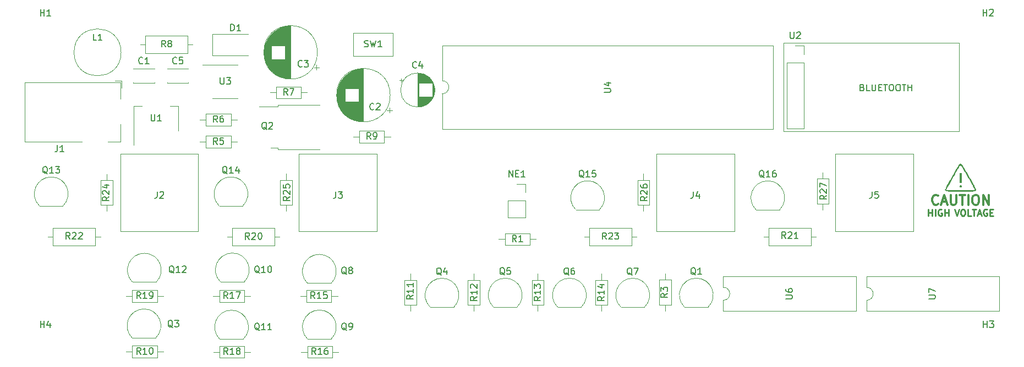
<source format=gbr>
%TF.GenerationSoftware,KiCad,Pcbnew,7.0.0*%
%TF.CreationDate,2023-09-15T14:52:37+08:00*%
%TF.ProjectId,OpenNixie,4f70656e-4e69-4786-9965-2e6b69636164,v3.0*%
%TF.SameCoordinates,Original*%
%TF.FileFunction,Legend,Top*%
%TF.FilePolarity,Positive*%
%FSLAX46Y46*%
G04 Gerber Fmt 4.6, Leading zero omitted, Abs format (unit mm)*
G04 Created by KiCad (PCBNEW 7.0.0) date 2023-09-15 14:52:37*
%MOMM*%
%LPD*%
G01*
G04 APERTURE LIST*
%ADD10C,0.120000*%
%ADD11C,0.300000*%
%ADD12C,0.250000*%
%ADD13C,0.150000*%
G04 APERTURE END LIST*
D10*
X191950000Y-73100000D02*
X218950000Y-73100000D01*
X218950000Y-73100000D02*
X218950000Y-86775000D01*
X218950000Y-86775000D02*
X191950000Y-86775000D01*
X191950000Y-86775000D02*
X191950000Y-73100000D01*
D11*
X215735713Y-97930714D02*
X215664285Y-98002142D01*
X215664285Y-98002142D02*
X215449999Y-98073571D01*
X215449999Y-98073571D02*
X215307142Y-98073571D01*
X215307142Y-98073571D02*
X215092856Y-98002142D01*
X215092856Y-98002142D02*
X214949999Y-97859285D01*
X214949999Y-97859285D02*
X214878570Y-97716428D01*
X214878570Y-97716428D02*
X214807142Y-97430714D01*
X214807142Y-97430714D02*
X214807142Y-97216428D01*
X214807142Y-97216428D02*
X214878570Y-96930714D01*
X214878570Y-96930714D02*
X214949999Y-96787857D01*
X214949999Y-96787857D02*
X215092856Y-96645000D01*
X215092856Y-96645000D02*
X215307142Y-96573571D01*
X215307142Y-96573571D02*
X215449999Y-96573571D01*
X215449999Y-96573571D02*
X215664285Y-96645000D01*
X215664285Y-96645000D02*
X215735713Y-96716428D01*
X216307142Y-97645000D02*
X217021428Y-97645000D01*
X216164285Y-98073571D02*
X216664285Y-96573571D01*
X216664285Y-96573571D02*
X217164285Y-98073571D01*
X217664284Y-96573571D02*
X217664284Y-97787857D01*
X217664284Y-97787857D02*
X217735713Y-97930714D01*
X217735713Y-97930714D02*
X217807142Y-98002142D01*
X217807142Y-98002142D02*
X217949999Y-98073571D01*
X217949999Y-98073571D02*
X218235713Y-98073571D01*
X218235713Y-98073571D02*
X218378570Y-98002142D01*
X218378570Y-98002142D02*
X218449999Y-97930714D01*
X218449999Y-97930714D02*
X218521427Y-97787857D01*
X218521427Y-97787857D02*
X218521427Y-96573571D01*
X219021428Y-96573571D02*
X219878571Y-96573571D01*
X219449999Y-98073571D02*
X219449999Y-96573571D01*
X220378570Y-98073571D02*
X220378570Y-96573571D01*
X221378571Y-96573571D02*
X221664285Y-96573571D01*
X221664285Y-96573571D02*
X221807142Y-96645000D01*
X221807142Y-96645000D02*
X221949999Y-96787857D01*
X221949999Y-96787857D02*
X222021428Y-97073571D01*
X222021428Y-97073571D02*
X222021428Y-97573571D01*
X222021428Y-97573571D02*
X221949999Y-97859285D01*
X221949999Y-97859285D02*
X221807142Y-98002142D01*
X221807142Y-98002142D02*
X221664285Y-98073571D01*
X221664285Y-98073571D02*
X221378571Y-98073571D01*
X221378571Y-98073571D02*
X221235714Y-98002142D01*
X221235714Y-98002142D02*
X221092856Y-97859285D01*
X221092856Y-97859285D02*
X221021428Y-97573571D01*
X221021428Y-97573571D02*
X221021428Y-97073571D01*
X221021428Y-97073571D02*
X221092856Y-96787857D01*
X221092856Y-96787857D02*
X221235714Y-96645000D01*
X221235714Y-96645000D02*
X221378571Y-96573571D01*
X222664285Y-98073571D02*
X222664285Y-96573571D01*
X222664285Y-96573571D02*
X223521428Y-98073571D01*
X223521428Y-98073571D02*
X223521428Y-96573571D01*
D12*
X214233333Y-99782380D02*
X214233333Y-98782380D01*
X214233333Y-99258571D02*
X214804761Y-99258571D01*
X214804761Y-99782380D02*
X214804761Y-98782380D01*
X215280952Y-99782380D02*
X215280952Y-98782380D01*
X216280951Y-98830000D02*
X216185713Y-98782380D01*
X216185713Y-98782380D02*
X216042856Y-98782380D01*
X216042856Y-98782380D02*
X215899999Y-98830000D01*
X215899999Y-98830000D02*
X215804761Y-98925238D01*
X215804761Y-98925238D02*
X215757142Y-99020476D01*
X215757142Y-99020476D02*
X215709523Y-99210952D01*
X215709523Y-99210952D02*
X215709523Y-99353809D01*
X215709523Y-99353809D02*
X215757142Y-99544285D01*
X215757142Y-99544285D02*
X215804761Y-99639523D01*
X215804761Y-99639523D02*
X215899999Y-99734761D01*
X215899999Y-99734761D02*
X216042856Y-99782380D01*
X216042856Y-99782380D02*
X216138094Y-99782380D01*
X216138094Y-99782380D02*
X216280951Y-99734761D01*
X216280951Y-99734761D02*
X216328570Y-99687142D01*
X216328570Y-99687142D02*
X216328570Y-99353809D01*
X216328570Y-99353809D02*
X216138094Y-99353809D01*
X216757142Y-99782380D02*
X216757142Y-98782380D01*
X216757142Y-99258571D02*
X217328570Y-99258571D01*
X217328570Y-99782380D02*
X217328570Y-98782380D01*
X218261904Y-98782380D02*
X218595237Y-99782380D01*
X218595237Y-99782380D02*
X218928570Y-98782380D01*
X219452380Y-98782380D02*
X219642856Y-98782380D01*
X219642856Y-98782380D02*
X219738094Y-98830000D01*
X219738094Y-98830000D02*
X219833332Y-98925238D01*
X219833332Y-98925238D02*
X219880951Y-99115714D01*
X219880951Y-99115714D02*
X219880951Y-99449047D01*
X219880951Y-99449047D02*
X219833332Y-99639523D01*
X219833332Y-99639523D02*
X219738094Y-99734761D01*
X219738094Y-99734761D02*
X219642856Y-99782380D01*
X219642856Y-99782380D02*
X219452380Y-99782380D01*
X219452380Y-99782380D02*
X219357142Y-99734761D01*
X219357142Y-99734761D02*
X219261904Y-99639523D01*
X219261904Y-99639523D02*
X219214285Y-99449047D01*
X219214285Y-99449047D02*
X219214285Y-99115714D01*
X219214285Y-99115714D02*
X219261904Y-98925238D01*
X219261904Y-98925238D02*
X219357142Y-98830000D01*
X219357142Y-98830000D02*
X219452380Y-98782380D01*
X220785713Y-99782380D02*
X220309523Y-99782380D01*
X220309523Y-99782380D02*
X220309523Y-98782380D01*
X220976190Y-98782380D02*
X221547618Y-98782380D01*
X221261904Y-99782380D02*
X221261904Y-98782380D01*
X221833333Y-99496666D02*
X222309523Y-99496666D01*
X221738095Y-99782380D02*
X222071428Y-98782380D01*
X222071428Y-98782380D02*
X222404761Y-99782380D01*
X223261904Y-98830000D02*
X223166666Y-98782380D01*
X223166666Y-98782380D02*
X223023809Y-98782380D01*
X223023809Y-98782380D02*
X222880952Y-98830000D01*
X222880952Y-98830000D02*
X222785714Y-98925238D01*
X222785714Y-98925238D02*
X222738095Y-99020476D01*
X222738095Y-99020476D02*
X222690476Y-99210952D01*
X222690476Y-99210952D02*
X222690476Y-99353809D01*
X222690476Y-99353809D02*
X222738095Y-99544285D01*
X222738095Y-99544285D02*
X222785714Y-99639523D01*
X222785714Y-99639523D02*
X222880952Y-99734761D01*
X222880952Y-99734761D02*
X223023809Y-99782380D01*
X223023809Y-99782380D02*
X223119047Y-99782380D01*
X223119047Y-99782380D02*
X223261904Y-99734761D01*
X223261904Y-99734761D02*
X223309523Y-99687142D01*
X223309523Y-99687142D02*
X223309523Y-99353809D01*
X223309523Y-99353809D02*
X223119047Y-99353809D01*
X223738095Y-99258571D02*
X224071428Y-99258571D01*
X224214285Y-99782380D02*
X223738095Y-99782380D01*
X223738095Y-99782380D02*
X223738095Y-98782380D01*
X223738095Y-98782380D02*
X224214285Y-98782380D01*
D13*
X204071428Y-80008571D02*
X204214285Y-80056190D01*
X204214285Y-80056190D02*
X204261904Y-80103809D01*
X204261904Y-80103809D02*
X204309523Y-80199047D01*
X204309523Y-80199047D02*
X204309523Y-80341904D01*
X204309523Y-80341904D02*
X204261904Y-80437142D01*
X204261904Y-80437142D02*
X204214285Y-80484761D01*
X204214285Y-80484761D02*
X204119047Y-80532380D01*
X204119047Y-80532380D02*
X203738095Y-80532380D01*
X203738095Y-80532380D02*
X203738095Y-79532380D01*
X203738095Y-79532380D02*
X204071428Y-79532380D01*
X204071428Y-79532380D02*
X204166666Y-79580000D01*
X204166666Y-79580000D02*
X204214285Y-79627619D01*
X204214285Y-79627619D02*
X204261904Y-79722857D01*
X204261904Y-79722857D02*
X204261904Y-79818095D01*
X204261904Y-79818095D02*
X204214285Y-79913333D01*
X204214285Y-79913333D02*
X204166666Y-79960952D01*
X204166666Y-79960952D02*
X204071428Y-80008571D01*
X204071428Y-80008571D02*
X203738095Y-80008571D01*
X205214285Y-80532380D02*
X204738095Y-80532380D01*
X204738095Y-80532380D02*
X204738095Y-79532380D01*
X205547619Y-79532380D02*
X205547619Y-80341904D01*
X205547619Y-80341904D02*
X205595238Y-80437142D01*
X205595238Y-80437142D02*
X205642857Y-80484761D01*
X205642857Y-80484761D02*
X205738095Y-80532380D01*
X205738095Y-80532380D02*
X205928571Y-80532380D01*
X205928571Y-80532380D02*
X206023809Y-80484761D01*
X206023809Y-80484761D02*
X206071428Y-80437142D01*
X206071428Y-80437142D02*
X206119047Y-80341904D01*
X206119047Y-80341904D02*
X206119047Y-79532380D01*
X206595238Y-80008571D02*
X206928571Y-80008571D01*
X207071428Y-80532380D02*
X206595238Y-80532380D01*
X206595238Y-80532380D02*
X206595238Y-79532380D01*
X206595238Y-79532380D02*
X207071428Y-79532380D01*
X207357143Y-79532380D02*
X207928571Y-79532380D01*
X207642857Y-80532380D02*
X207642857Y-79532380D01*
X208452381Y-79532380D02*
X208642857Y-79532380D01*
X208642857Y-79532380D02*
X208738095Y-79580000D01*
X208738095Y-79580000D02*
X208833333Y-79675238D01*
X208833333Y-79675238D02*
X208880952Y-79865714D01*
X208880952Y-79865714D02*
X208880952Y-80199047D01*
X208880952Y-80199047D02*
X208833333Y-80389523D01*
X208833333Y-80389523D02*
X208738095Y-80484761D01*
X208738095Y-80484761D02*
X208642857Y-80532380D01*
X208642857Y-80532380D02*
X208452381Y-80532380D01*
X208452381Y-80532380D02*
X208357143Y-80484761D01*
X208357143Y-80484761D02*
X208261905Y-80389523D01*
X208261905Y-80389523D02*
X208214286Y-80199047D01*
X208214286Y-80199047D02*
X208214286Y-79865714D01*
X208214286Y-79865714D02*
X208261905Y-79675238D01*
X208261905Y-79675238D02*
X208357143Y-79580000D01*
X208357143Y-79580000D02*
X208452381Y-79532380D01*
X209500000Y-79532380D02*
X209690476Y-79532380D01*
X209690476Y-79532380D02*
X209785714Y-79580000D01*
X209785714Y-79580000D02*
X209880952Y-79675238D01*
X209880952Y-79675238D02*
X209928571Y-79865714D01*
X209928571Y-79865714D02*
X209928571Y-80199047D01*
X209928571Y-80199047D02*
X209880952Y-80389523D01*
X209880952Y-80389523D02*
X209785714Y-80484761D01*
X209785714Y-80484761D02*
X209690476Y-80532380D01*
X209690476Y-80532380D02*
X209500000Y-80532380D01*
X209500000Y-80532380D02*
X209404762Y-80484761D01*
X209404762Y-80484761D02*
X209309524Y-80389523D01*
X209309524Y-80389523D02*
X209261905Y-80199047D01*
X209261905Y-80199047D02*
X209261905Y-79865714D01*
X209261905Y-79865714D02*
X209309524Y-79675238D01*
X209309524Y-79675238D02*
X209404762Y-79580000D01*
X209404762Y-79580000D02*
X209500000Y-79532380D01*
X210214286Y-79532380D02*
X210785714Y-79532380D01*
X210500000Y-80532380D02*
X210500000Y-79532380D01*
X211119048Y-80532380D02*
X211119048Y-79532380D01*
X211119048Y-80008571D02*
X211690476Y-80008571D01*
X211690476Y-80532380D02*
X211690476Y-79532380D01*
%TO.C,C5*%
X98578333Y-76272142D02*
X98530714Y-76319761D01*
X98530714Y-76319761D02*
X98387857Y-76367380D01*
X98387857Y-76367380D02*
X98292619Y-76367380D01*
X98292619Y-76367380D02*
X98149762Y-76319761D01*
X98149762Y-76319761D02*
X98054524Y-76224523D01*
X98054524Y-76224523D02*
X98006905Y-76129285D01*
X98006905Y-76129285D02*
X97959286Y-75938809D01*
X97959286Y-75938809D02*
X97959286Y-75795952D01*
X97959286Y-75795952D02*
X98006905Y-75605476D01*
X98006905Y-75605476D02*
X98054524Y-75510238D01*
X98054524Y-75510238D02*
X98149762Y-75415000D01*
X98149762Y-75415000D02*
X98292619Y-75367380D01*
X98292619Y-75367380D02*
X98387857Y-75367380D01*
X98387857Y-75367380D02*
X98530714Y-75415000D01*
X98530714Y-75415000D02*
X98578333Y-75462619D01*
X99483095Y-75367380D02*
X99006905Y-75367380D01*
X99006905Y-75367380D02*
X98959286Y-75843571D01*
X98959286Y-75843571D02*
X99006905Y-75795952D01*
X99006905Y-75795952D02*
X99102143Y-75748333D01*
X99102143Y-75748333D02*
X99340238Y-75748333D01*
X99340238Y-75748333D02*
X99435476Y-75795952D01*
X99435476Y-75795952D02*
X99483095Y-75843571D01*
X99483095Y-75843571D02*
X99530714Y-75938809D01*
X99530714Y-75938809D02*
X99530714Y-76176904D01*
X99530714Y-76176904D02*
X99483095Y-76272142D01*
X99483095Y-76272142D02*
X99435476Y-76319761D01*
X99435476Y-76319761D02*
X99340238Y-76367380D01*
X99340238Y-76367380D02*
X99102143Y-76367380D01*
X99102143Y-76367380D02*
X99006905Y-76319761D01*
X99006905Y-76319761D02*
X98959286Y-76272142D01*
%TO.C,D1*%
X106893905Y-71278180D02*
X106893905Y-70278180D01*
X106893905Y-70278180D02*
X107132000Y-70278180D01*
X107132000Y-70278180D02*
X107274857Y-70325800D01*
X107274857Y-70325800D02*
X107370095Y-70421038D01*
X107370095Y-70421038D02*
X107417714Y-70516276D01*
X107417714Y-70516276D02*
X107465333Y-70706752D01*
X107465333Y-70706752D02*
X107465333Y-70849609D01*
X107465333Y-70849609D02*
X107417714Y-71040085D01*
X107417714Y-71040085D02*
X107370095Y-71135323D01*
X107370095Y-71135323D02*
X107274857Y-71230561D01*
X107274857Y-71230561D02*
X107132000Y-71278180D01*
X107132000Y-71278180D02*
X106893905Y-71278180D01*
X108417714Y-71278180D02*
X107846286Y-71278180D01*
X108132000Y-71278180D02*
X108132000Y-70278180D01*
X108132000Y-70278180D02*
X108036762Y-70421038D01*
X108036762Y-70421038D02*
X107941524Y-70516276D01*
X107941524Y-70516276D02*
X107846286Y-70563895D01*
%TO.C,L1*%
X86233333Y-72742380D02*
X85757143Y-72742380D01*
X85757143Y-72742380D02*
X85757143Y-71742380D01*
X87090476Y-72742380D02*
X86519048Y-72742380D01*
X86804762Y-72742380D02*
X86804762Y-71742380D01*
X86804762Y-71742380D02*
X86709524Y-71885238D01*
X86709524Y-71885238D02*
X86614286Y-71980476D01*
X86614286Y-71980476D02*
X86519048Y-72028095D01*
%TO.C,Q2*%
X112429761Y-86487619D02*
X112334523Y-86440000D01*
X112334523Y-86440000D02*
X112239285Y-86344761D01*
X112239285Y-86344761D02*
X112096428Y-86201904D01*
X112096428Y-86201904D02*
X112001190Y-86154285D01*
X112001190Y-86154285D02*
X111905952Y-86154285D01*
X111953571Y-86392380D02*
X111858333Y-86344761D01*
X111858333Y-86344761D02*
X111763095Y-86249523D01*
X111763095Y-86249523D02*
X111715476Y-86059047D01*
X111715476Y-86059047D02*
X111715476Y-85725714D01*
X111715476Y-85725714D02*
X111763095Y-85535238D01*
X111763095Y-85535238D02*
X111858333Y-85440000D01*
X111858333Y-85440000D02*
X111953571Y-85392380D01*
X111953571Y-85392380D02*
X112144047Y-85392380D01*
X112144047Y-85392380D02*
X112239285Y-85440000D01*
X112239285Y-85440000D02*
X112334523Y-85535238D01*
X112334523Y-85535238D02*
X112382142Y-85725714D01*
X112382142Y-85725714D02*
X112382142Y-86059047D01*
X112382142Y-86059047D02*
X112334523Y-86249523D01*
X112334523Y-86249523D02*
X112239285Y-86344761D01*
X112239285Y-86344761D02*
X112144047Y-86392380D01*
X112144047Y-86392380D02*
X111953571Y-86392380D01*
X112763095Y-85487619D02*
X112810714Y-85440000D01*
X112810714Y-85440000D02*
X112905952Y-85392380D01*
X112905952Y-85392380D02*
X113144047Y-85392380D01*
X113144047Y-85392380D02*
X113239285Y-85440000D01*
X113239285Y-85440000D02*
X113286904Y-85487619D01*
X113286904Y-85487619D02*
X113334523Y-85582857D01*
X113334523Y-85582857D02*
X113334523Y-85678095D01*
X113334523Y-85678095D02*
X113286904Y-85820952D01*
X113286904Y-85820952D02*
X112715476Y-86392380D01*
X112715476Y-86392380D02*
X113334523Y-86392380D01*
%TO.C,R5*%
X104843333Y-88767380D02*
X104510000Y-88291190D01*
X104271905Y-88767380D02*
X104271905Y-87767380D01*
X104271905Y-87767380D02*
X104652857Y-87767380D01*
X104652857Y-87767380D02*
X104748095Y-87815000D01*
X104748095Y-87815000D02*
X104795714Y-87862619D01*
X104795714Y-87862619D02*
X104843333Y-87957857D01*
X104843333Y-87957857D02*
X104843333Y-88100714D01*
X104843333Y-88100714D02*
X104795714Y-88195952D01*
X104795714Y-88195952D02*
X104748095Y-88243571D01*
X104748095Y-88243571D02*
X104652857Y-88291190D01*
X104652857Y-88291190D02*
X104271905Y-88291190D01*
X105748095Y-87767380D02*
X105271905Y-87767380D01*
X105271905Y-87767380D02*
X105224286Y-88243571D01*
X105224286Y-88243571D02*
X105271905Y-88195952D01*
X105271905Y-88195952D02*
X105367143Y-88148333D01*
X105367143Y-88148333D02*
X105605238Y-88148333D01*
X105605238Y-88148333D02*
X105700476Y-88195952D01*
X105700476Y-88195952D02*
X105748095Y-88243571D01*
X105748095Y-88243571D02*
X105795714Y-88338809D01*
X105795714Y-88338809D02*
X105795714Y-88576904D01*
X105795714Y-88576904D02*
X105748095Y-88672142D01*
X105748095Y-88672142D02*
X105700476Y-88719761D01*
X105700476Y-88719761D02*
X105605238Y-88767380D01*
X105605238Y-88767380D02*
X105367143Y-88767380D01*
X105367143Y-88767380D02*
X105271905Y-88719761D01*
X105271905Y-88719761D02*
X105224286Y-88672142D01*
%TO.C,R6*%
X104843333Y-85367380D02*
X104510000Y-84891190D01*
X104271905Y-85367380D02*
X104271905Y-84367380D01*
X104271905Y-84367380D02*
X104652857Y-84367380D01*
X104652857Y-84367380D02*
X104748095Y-84415000D01*
X104748095Y-84415000D02*
X104795714Y-84462619D01*
X104795714Y-84462619D02*
X104843333Y-84557857D01*
X104843333Y-84557857D02*
X104843333Y-84700714D01*
X104843333Y-84700714D02*
X104795714Y-84795952D01*
X104795714Y-84795952D02*
X104748095Y-84843571D01*
X104748095Y-84843571D02*
X104652857Y-84891190D01*
X104652857Y-84891190D02*
X104271905Y-84891190D01*
X105700476Y-84367380D02*
X105510000Y-84367380D01*
X105510000Y-84367380D02*
X105414762Y-84415000D01*
X105414762Y-84415000D02*
X105367143Y-84462619D01*
X105367143Y-84462619D02*
X105271905Y-84605476D01*
X105271905Y-84605476D02*
X105224286Y-84795952D01*
X105224286Y-84795952D02*
X105224286Y-85176904D01*
X105224286Y-85176904D02*
X105271905Y-85272142D01*
X105271905Y-85272142D02*
X105319524Y-85319761D01*
X105319524Y-85319761D02*
X105414762Y-85367380D01*
X105414762Y-85367380D02*
X105605238Y-85367380D01*
X105605238Y-85367380D02*
X105700476Y-85319761D01*
X105700476Y-85319761D02*
X105748095Y-85272142D01*
X105748095Y-85272142D02*
X105795714Y-85176904D01*
X105795714Y-85176904D02*
X105795714Y-84938809D01*
X105795714Y-84938809D02*
X105748095Y-84843571D01*
X105748095Y-84843571D02*
X105700476Y-84795952D01*
X105700476Y-84795952D02*
X105605238Y-84748333D01*
X105605238Y-84748333D02*
X105414762Y-84748333D01*
X105414762Y-84748333D02*
X105319524Y-84795952D01*
X105319524Y-84795952D02*
X105271905Y-84843571D01*
X105271905Y-84843571D02*
X105224286Y-84938809D01*
%TO.C,R7*%
X115633333Y-81167380D02*
X115300000Y-80691190D01*
X115061905Y-81167380D02*
X115061905Y-80167380D01*
X115061905Y-80167380D02*
X115442857Y-80167380D01*
X115442857Y-80167380D02*
X115538095Y-80215000D01*
X115538095Y-80215000D02*
X115585714Y-80262619D01*
X115585714Y-80262619D02*
X115633333Y-80357857D01*
X115633333Y-80357857D02*
X115633333Y-80500714D01*
X115633333Y-80500714D02*
X115585714Y-80595952D01*
X115585714Y-80595952D02*
X115538095Y-80643571D01*
X115538095Y-80643571D02*
X115442857Y-80691190D01*
X115442857Y-80691190D02*
X115061905Y-80691190D01*
X115966667Y-80167380D02*
X116633333Y-80167380D01*
X116633333Y-80167380D02*
X116204762Y-81167380D01*
%TO.C,R8*%
X96833333Y-73767380D02*
X96500000Y-73291190D01*
X96261905Y-73767380D02*
X96261905Y-72767380D01*
X96261905Y-72767380D02*
X96642857Y-72767380D01*
X96642857Y-72767380D02*
X96738095Y-72815000D01*
X96738095Y-72815000D02*
X96785714Y-72862619D01*
X96785714Y-72862619D02*
X96833333Y-72957857D01*
X96833333Y-72957857D02*
X96833333Y-73100714D01*
X96833333Y-73100714D02*
X96785714Y-73195952D01*
X96785714Y-73195952D02*
X96738095Y-73243571D01*
X96738095Y-73243571D02*
X96642857Y-73291190D01*
X96642857Y-73291190D02*
X96261905Y-73291190D01*
X97404762Y-73195952D02*
X97309524Y-73148333D01*
X97309524Y-73148333D02*
X97261905Y-73100714D01*
X97261905Y-73100714D02*
X97214286Y-73005476D01*
X97214286Y-73005476D02*
X97214286Y-72957857D01*
X97214286Y-72957857D02*
X97261905Y-72862619D01*
X97261905Y-72862619D02*
X97309524Y-72815000D01*
X97309524Y-72815000D02*
X97404762Y-72767380D01*
X97404762Y-72767380D02*
X97595238Y-72767380D01*
X97595238Y-72767380D02*
X97690476Y-72815000D01*
X97690476Y-72815000D02*
X97738095Y-72862619D01*
X97738095Y-72862619D02*
X97785714Y-72957857D01*
X97785714Y-72957857D02*
X97785714Y-73005476D01*
X97785714Y-73005476D02*
X97738095Y-73100714D01*
X97738095Y-73100714D02*
X97690476Y-73148333D01*
X97690476Y-73148333D02*
X97595238Y-73195952D01*
X97595238Y-73195952D02*
X97404762Y-73195952D01*
X97404762Y-73195952D02*
X97309524Y-73243571D01*
X97309524Y-73243571D02*
X97261905Y-73291190D01*
X97261905Y-73291190D02*
X97214286Y-73386428D01*
X97214286Y-73386428D02*
X97214286Y-73576904D01*
X97214286Y-73576904D02*
X97261905Y-73672142D01*
X97261905Y-73672142D02*
X97309524Y-73719761D01*
X97309524Y-73719761D02*
X97404762Y-73767380D01*
X97404762Y-73767380D02*
X97595238Y-73767380D01*
X97595238Y-73767380D02*
X97690476Y-73719761D01*
X97690476Y-73719761D02*
X97738095Y-73672142D01*
X97738095Y-73672142D02*
X97785714Y-73576904D01*
X97785714Y-73576904D02*
X97785714Y-73386428D01*
X97785714Y-73386428D02*
X97738095Y-73291190D01*
X97738095Y-73291190D02*
X97690476Y-73243571D01*
X97690476Y-73243571D02*
X97595238Y-73195952D01*
%TO.C,U3*%
X105288095Y-78497380D02*
X105288095Y-79306904D01*
X105288095Y-79306904D02*
X105335714Y-79402142D01*
X105335714Y-79402142D02*
X105383333Y-79449761D01*
X105383333Y-79449761D02*
X105478571Y-79497380D01*
X105478571Y-79497380D02*
X105669047Y-79497380D01*
X105669047Y-79497380D02*
X105764285Y-79449761D01*
X105764285Y-79449761D02*
X105811904Y-79402142D01*
X105811904Y-79402142D02*
X105859523Y-79306904D01*
X105859523Y-79306904D02*
X105859523Y-78497380D01*
X106240476Y-78497380D02*
X106859523Y-78497380D01*
X106859523Y-78497380D02*
X106526190Y-78878333D01*
X106526190Y-78878333D02*
X106669047Y-78878333D01*
X106669047Y-78878333D02*
X106764285Y-78925952D01*
X106764285Y-78925952D02*
X106811904Y-78973571D01*
X106811904Y-78973571D02*
X106859523Y-79068809D01*
X106859523Y-79068809D02*
X106859523Y-79306904D01*
X106859523Y-79306904D02*
X106811904Y-79402142D01*
X106811904Y-79402142D02*
X106764285Y-79449761D01*
X106764285Y-79449761D02*
X106669047Y-79497380D01*
X106669047Y-79497380D02*
X106383333Y-79497380D01*
X106383333Y-79497380D02*
X106288095Y-79449761D01*
X106288095Y-79449761D02*
X106240476Y-79402142D01*
%TO.C,U6*%
X192292380Y-112581904D02*
X193101904Y-112581904D01*
X193101904Y-112581904D02*
X193197142Y-112534285D01*
X193197142Y-112534285D02*
X193244761Y-112486666D01*
X193244761Y-112486666D02*
X193292380Y-112391428D01*
X193292380Y-112391428D02*
X193292380Y-112200952D01*
X193292380Y-112200952D02*
X193244761Y-112105714D01*
X193244761Y-112105714D02*
X193197142Y-112058095D01*
X193197142Y-112058095D02*
X193101904Y-112010476D01*
X193101904Y-112010476D02*
X192292380Y-112010476D01*
X192292380Y-111105714D02*
X192292380Y-111296190D01*
X192292380Y-111296190D02*
X192340000Y-111391428D01*
X192340000Y-111391428D02*
X192387619Y-111439047D01*
X192387619Y-111439047D02*
X192530476Y-111534285D01*
X192530476Y-111534285D02*
X192720952Y-111581904D01*
X192720952Y-111581904D02*
X193101904Y-111581904D01*
X193101904Y-111581904D02*
X193197142Y-111534285D01*
X193197142Y-111534285D02*
X193244761Y-111486666D01*
X193244761Y-111486666D02*
X193292380Y-111391428D01*
X193292380Y-111391428D02*
X193292380Y-111200952D01*
X193292380Y-111200952D02*
X193244761Y-111105714D01*
X193244761Y-111105714D02*
X193197142Y-111058095D01*
X193197142Y-111058095D02*
X193101904Y-111010476D01*
X193101904Y-111010476D02*
X192863809Y-111010476D01*
X192863809Y-111010476D02*
X192768571Y-111058095D01*
X192768571Y-111058095D02*
X192720952Y-111105714D01*
X192720952Y-111105714D02*
X192673333Y-111200952D01*
X192673333Y-111200952D02*
X192673333Y-111391428D01*
X192673333Y-111391428D02*
X192720952Y-111486666D01*
X192720952Y-111486666D02*
X192768571Y-111534285D01*
X192768571Y-111534285D02*
X192863809Y-111581904D01*
%TO.C,R12*%
X144767380Y-112242857D02*
X144291190Y-112576190D01*
X144767380Y-112814285D02*
X143767380Y-112814285D01*
X143767380Y-112814285D02*
X143767380Y-112433333D01*
X143767380Y-112433333D02*
X143815000Y-112338095D01*
X143815000Y-112338095D02*
X143862619Y-112290476D01*
X143862619Y-112290476D02*
X143957857Y-112242857D01*
X143957857Y-112242857D02*
X144100714Y-112242857D01*
X144100714Y-112242857D02*
X144195952Y-112290476D01*
X144195952Y-112290476D02*
X144243571Y-112338095D01*
X144243571Y-112338095D02*
X144291190Y-112433333D01*
X144291190Y-112433333D02*
X144291190Y-112814285D01*
X144767380Y-111290476D02*
X144767380Y-111861904D01*
X144767380Y-111576190D02*
X143767380Y-111576190D01*
X143767380Y-111576190D02*
X143910238Y-111671428D01*
X143910238Y-111671428D02*
X144005476Y-111766666D01*
X144005476Y-111766666D02*
X144053095Y-111861904D01*
X143862619Y-110909523D02*
X143815000Y-110861904D01*
X143815000Y-110861904D02*
X143767380Y-110766666D01*
X143767380Y-110766666D02*
X143767380Y-110528571D01*
X143767380Y-110528571D02*
X143815000Y-110433333D01*
X143815000Y-110433333D02*
X143862619Y-110385714D01*
X143862619Y-110385714D02*
X143957857Y-110338095D01*
X143957857Y-110338095D02*
X144053095Y-110338095D01*
X144053095Y-110338095D02*
X144195952Y-110385714D01*
X144195952Y-110385714D02*
X144767380Y-110957142D01*
X144767380Y-110957142D02*
X144767380Y-110338095D01*
%TO.C,Q8*%
X124714761Y-108817772D02*
X124619523Y-108770153D01*
X124619523Y-108770153D02*
X124524285Y-108674914D01*
X124524285Y-108674914D02*
X124381428Y-108532057D01*
X124381428Y-108532057D02*
X124286190Y-108484438D01*
X124286190Y-108484438D02*
X124190952Y-108484438D01*
X124238571Y-108722533D02*
X124143333Y-108674914D01*
X124143333Y-108674914D02*
X124048095Y-108579676D01*
X124048095Y-108579676D02*
X124000476Y-108389200D01*
X124000476Y-108389200D02*
X124000476Y-108055867D01*
X124000476Y-108055867D02*
X124048095Y-107865391D01*
X124048095Y-107865391D02*
X124143333Y-107770153D01*
X124143333Y-107770153D02*
X124238571Y-107722533D01*
X124238571Y-107722533D02*
X124429047Y-107722533D01*
X124429047Y-107722533D02*
X124524285Y-107770153D01*
X124524285Y-107770153D02*
X124619523Y-107865391D01*
X124619523Y-107865391D02*
X124667142Y-108055867D01*
X124667142Y-108055867D02*
X124667142Y-108389200D01*
X124667142Y-108389200D02*
X124619523Y-108579676D01*
X124619523Y-108579676D02*
X124524285Y-108674914D01*
X124524285Y-108674914D02*
X124429047Y-108722533D01*
X124429047Y-108722533D02*
X124238571Y-108722533D01*
X125238571Y-108151105D02*
X125143333Y-108103486D01*
X125143333Y-108103486D02*
X125095714Y-108055867D01*
X125095714Y-108055867D02*
X125048095Y-107960629D01*
X125048095Y-107960629D02*
X125048095Y-107913010D01*
X125048095Y-107913010D02*
X125095714Y-107817772D01*
X125095714Y-107817772D02*
X125143333Y-107770153D01*
X125143333Y-107770153D02*
X125238571Y-107722533D01*
X125238571Y-107722533D02*
X125429047Y-107722533D01*
X125429047Y-107722533D02*
X125524285Y-107770153D01*
X125524285Y-107770153D02*
X125571904Y-107817772D01*
X125571904Y-107817772D02*
X125619523Y-107913010D01*
X125619523Y-107913010D02*
X125619523Y-107960629D01*
X125619523Y-107960629D02*
X125571904Y-108055867D01*
X125571904Y-108055867D02*
X125524285Y-108103486D01*
X125524285Y-108103486D02*
X125429047Y-108151105D01*
X125429047Y-108151105D02*
X125238571Y-108151105D01*
X125238571Y-108151105D02*
X125143333Y-108198724D01*
X125143333Y-108198724D02*
X125095714Y-108246343D01*
X125095714Y-108246343D02*
X125048095Y-108341581D01*
X125048095Y-108341581D02*
X125048095Y-108532057D01*
X125048095Y-108532057D02*
X125095714Y-108627295D01*
X125095714Y-108627295D02*
X125143333Y-108674914D01*
X125143333Y-108674914D02*
X125238571Y-108722533D01*
X125238571Y-108722533D02*
X125429047Y-108722533D01*
X125429047Y-108722533D02*
X125524285Y-108674914D01*
X125524285Y-108674914D02*
X125571904Y-108627295D01*
X125571904Y-108627295D02*
X125619523Y-108532057D01*
X125619523Y-108532057D02*
X125619523Y-108341581D01*
X125619523Y-108341581D02*
X125571904Y-108246343D01*
X125571904Y-108246343D02*
X125524285Y-108198724D01*
X125524285Y-108198724D02*
X125429047Y-108151105D01*
%TO.C,Q9*%
X124714761Y-117427772D02*
X124619523Y-117380153D01*
X124619523Y-117380153D02*
X124524285Y-117284914D01*
X124524285Y-117284914D02*
X124381428Y-117142057D01*
X124381428Y-117142057D02*
X124286190Y-117094438D01*
X124286190Y-117094438D02*
X124190952Y-117094438D01*
X124238571Y-117332533D02*
X124143333Y-117284914D01*
X124143333Y-117284914D02*
X124048095Y-117189676D01*
X124048095Y-117189676D02*
X124000476Y-116999200D01*
X124000476Y-116999200D02*
X124000476Y-116665867D01*
X124000476Y-116665867D02*
X124048095Y-116475391D01*
X124048095Y-116475391D02*
X124143333Y-116380153D01*
X124143333Y-116380153D02*
X124238571Y-116332533D01*
X124238571Y-116332533D02*
X124429047Y-116332533D01*
X124429047Y-116332533D02*
X124524285Y-116380153D01*
X124524285Y-116380153D02*
X124619523Y-116475391D01*
X124619523Y-116475391D02*
X124667142Y-116665867D01*
X124667142Y-116665867D02*
X124667142Y-116999200D01*
X124667142Y-116999200D02*
X124619523Y-117189676D01*
X124619523Y-117189676D02*
X124524285Y-117284914D01*
X124524285Y-117284914D02*
X124429047Y-117332533D01*
X124429047Y-117332533D02*
X124238571Y-117332533D01*
X125143333Y-117332533D02*
X125333809Y-117332533D01*
X125333809Y-117332533D02*
X125429047Y-117284914D01*
X125429047Y-117284914D02*
X125476666Y-117237295D01*
X125476666Y-117237295D02*
X125571904Y-117094438D01*
X125571904Y-117094438D02*
X125619523Y-116903962D01*
X125619523Y-116903962D02*
X125619523Y-116523010D01*
X125619523Y-116523010D02*
X125571904Y-116427772D01*
X125571904Y-116427772D02*
X125524285Y-116380153D01*
X125524285Y-116380153D02*
X125429047Y-116332533D01*
X125429047Y-116332533D02*
X125238571Y-116332533D01*
X125238571Y-116332533D02*
X125143333Y-116380153D01*
X125143333Y-116380153D02*
X125095714Y-116427772D01*
X125095714Y-116427772D02*
X125048095Y-116523010D01*
X125048095Y-116523010D02*
X125048095Y-116761105D01*
X125048095Y-116761105D02*
X125095714Y-116856343D01*
X125095714Y-116856343D02*
X125143333Y-116903962D01*
X125143333Y-116903962D02*
X125238571Y-116951581D01*
X125238571Y-116951581D02*
X125429047Y-116951581D01*
X125429047Y-116951581D02*
X125524285Y-116903962D01*
X125524285Y-116903962D02*
X125571904Y-116856343D01*
X125571904Y-116856343D02*
X125619523Y-116761105D01*
%TO.C,R20*%
X109761142Y-103407380D02*
X109427809Y-102931190D01*
X109189714Y-103407380D02*
X109189714Y-102407380D01*
X109189714Y-102407380D02*
X109570666Y-102407380D01*
X109570666Y-102407380D02*
X109665904Y-102455000D01*
X109665904Y-102455000D02*
X109713523Y-102502619D01*
X109713523Y-102502619D02*
X109761142Y-102597857D01*
X109761142Y-102597857D02*
X109761142Y-102740714D01*
X109761142Y-102740714D02*
X109713523Y-102835952D01*
X109713523Y-102835952D02*
X109665904Y-102883571D01*
X109665904Y-102883571D02*
X109570666Y-102931190D01*
X109570666Y-102931190D02*
X109189714Y-102931190D01*
X110142095Y-102502619D02*
X110189714Y-102455000D01*
X110189714Y-102455000D02*
X110284952Y-102407380D01*
X110284952Y-102407380D02*
X110523047Y-102407380D01*
X110523047Y-102407380D02*
X110618285Y-102455000D01*
X110618285Y-102455000D02*
X110665904Y-102502619D01*
X110665904Y-102502619D02*
X110713523Y-102597857D01*
X110713523Y-102597857D02*
X110713523Y-102693095D01*
X110713523Y-102693095D02*
X110665904Y-102835952D01*
X110665904Y-102835952D02*
X110094476Y-103407380D01*
X110094476Y-103407380D02*
X110713523Y-103407380D01*
X111332571Y-102407380D02*
X111427809Y-102407380D01*
X111427809Y-102407380D02*
X111523047Y-102455000D01*
X111523047Y-102455000D02*
X111570666Y-102502619D01*
X111570666Y-102502619D02*
X111618285Y-102597857D01*
X111618285Y-102597857D02*
X111665904Y-102788333D01*
X111665904Y-102788333D02*
X111665904Y-103026428D01*
X111665904Y-103026428D02*
X111618285Y-103216904D01*
X111618285Y-103216904D02*
X111570666Y-103312142D01*
X111570666Y-103312142D02*
X111523047Y-103359761D01*
X111523047Y-103359761D02*
X111427809Y-103407380D01*
X111427809Y-103407380D02*
X111332571Y-103407380D01*
X111332571Y-103407380D02*
X111237333Y-103359761D01*
X111237333Y-103359761D02*
X111189714Y-103312142D01*
X111189714Y-103312142D02*
X111142095Y-103216904D01*
X111142095Y-103216904D02*
X111094476Y-103026428D01*
X111094476Y-103026428D02*
X111094476Y-102788333D01*
X111094476Y-102788333D02*
X111142095Y-102597857D01*
X111142095Y-102597857D02*
X111189714Y-102502619D01*
X111189714Y-102502619D02*
X111237333Y-102455000D01*
X111237333Y-102455000D02*
X111332571Y-102407380D01*
%TO.C,R27*%
X198567380Y-96642857D02*
X198091190Y-96976190D01*
X198567380Y-97214285D02*
X197567380Y-97214285D01*
X197567380Y-97214285D02*
X197567380Y-96833333D01*
X197567380Y-96833333D02*
X197615000Y-96738095D01*
X197615000Y-96738095D02*
X197662619Y-96690476D01*
X197662619Y-96690476D02*
X197757857Y-96642857D01*
X197757857Y-96642857D02*
X197900714Y-96642857D01*
X197900714Y-96642857D02*
X197995952Y-96690476D01*
X197995952Y-96690476D02*
X198043571Y-96738095D01*
X198043571Y-96738095D02*
X198091190Y-96833333D01*
X198091190Y-96833333D02*
X198091190Y-97214285D01*
X197662619Y-96261904D02*
X197615000Y-96214285D01*
X197615000Y-96214285D02*
X197567380Y-96119047D01*
X197567380Y-96119047D02*
X197567380Y-95880952D01*
X197567380Y-95880952D02*
X197615000Y-95785714D01*
X197615000Y-95785714D02*
X197662619Y-95738095D01*
X197662619Y-95738095D02*
X197757857Y-95690476D01*
X197757857Y-95690476D02*
X197853095Y-95690476D01*
X197853095Y-95690476D02*
X197995952Y-95738095D01*
X197995952Y-95738095D02*
X198567380Y-96309523D01*
X198567380Y-96309523D02*
X198567380Y-95690476D01*
X197567380Y-95357142D02*
X197567380Y-94690476D01*
X197567380Y-94690476D02*
X198567380Y-95119047D01*
%TO.C,Q14*%
X106358571Y-93302619D02*
X106263333Y-93255000D01*
X106263333Y-93255000D02*
X106168095Y-93159761D01*
X106168095Y-93159761D02*
X106025238Y-93016904D01*
X106025238Y-93016904D02*
X105930000Y-92969285D01*
X105930000Y-92969285D02*
X105834762Y-92969285D01*
X105882381Y-93207380D02*
X105787143Y-93159761D01*
X105787143Y-93159761D02*
X105691905Y-93064523D01*
X105691905Y-93064523D02*
X105644286Y-92874047D01*
X105644286Y-92874047D02*
X105644286Y-92540714D01*
X105644286Y-92540714D02*
X105691905Y-92350238D01*
X105691905Y-92350238D02*
X105787143Y-92255000D01*
X105787143Y-92255000D02*
X105882381Y-92207380D01*
X105882381Y-92207380D02*
X106072857Y-92207380D01*
X106072857Y-92207380D02*
X106168095Y-92255000D01*
X106168095Y-92255000D02*
X106263333Y-92350238D01*
X106263333Y-92350238D02*
X106310952Y-92540714D01*
X106310952Y-92540714D02*
X106310952Y-92874047D01*
X106310952Y-92874047D02*
X106263333Y-93064523D01*
X106263333Y-93064523D02*
X106168095Y-93159761D01*
X106168095Y-93159761D02*
X106072857Y-93207380D01*
X106072857Y-93207380D02*
X105882381Y-93207380D01*
X107263333Y-93207380D02*
X106691905Y-93207380D01*
X106977619Y-93207380D02*
X106977619Y-92207380D01*
X106977619Y-92207380D02*
X106882381Y-92350238D01*
X106882381Y-92350238D02*
X106787143Y-92445476D01*
X106787143Y-92445476D02*
X106691905Y-92493095D01*
X108120476Y-92540714D02*
X108120476Y-93207380D01*
X107882381Y-92159761D02*
X107644286Y-92874047D01*
X107644286Y-92874047D02*
X108263333Y-92874047D01*
%TO.C,R14*%
X164367380Y-112242857D02*
X163891190Y-112576190D01*
X164367380Y-112814285D02*
X163367380Y-112814285D01*
X163367380Y-112814285D02*
X163367380Y-112433333D01*
X163367380Y-112433333D02*
X163415000Y-112338095D01*
X163415000Y-112338095D02*
X163462619Y-112290476D01*
X163462619Y-112290476D02*
X163557857Y-112242857D01*
X163557857Y-112242857D02*
X163700714Y-112242857D01*
X163700714Y-112242857D02*
X163795952Y-112290476D01*
X163795952Y-112290476D02*
X163843571Y-112338095D01*
X163843571Y-112338095D02*
X163891190Y-112433333D01*
X163891190Y-112433333D02*
X163891190Y-112814285D01*
X164367380Y-111290476D02*
X164367380Y-111861904D01*
X164367380Y-111576190D02*
X163367380Y-111576190D01*
X163367380Y-111576190D02*
X163510238Y-111671428D01*
X163510238Y-111671428D02*
X163605476Y-111766666D01*
X163605476Y-111766666D02*
X163653095Y-111861904D01*
X163700714Y-110433333D02*
X164367380Y-110433333D01*
X163319761Y-110671428D02*
X164034047Y-110909523D01*
X164034047Y-110909523D02*
X164034047Y-110290476D01*
%TO.C,Q16*%
X188958571Y-93902619D02*
X188863333Y-93855000D01*
X188863333Y-93855000D02*
X188768095Y-93759761D01*
X188768095Y-93759761D02*
X188625238Y-93616904D01*
X188625238Y-93616904D02*
X188530000Y-93569285D01*
X188530000Y-93569285D02*
X188434762Y-93569285D01*
X188482381Y-93807380D02*
X188387143Y-93759761D01*
X188387143Y-93759761D02*
X188291905Y-93664523D01*
X188291905Y-93664523D02*
X188244286Y-93474047D01*
X188244286Y-93474047D02*
X188244286Y-93140714D01*
X188244286Y-93140714D02*
X188291905Y-92950238D01*
X188291905Y-92950238D02*
X188387143Y-92855000D01*
X188387143Y-92855000D02*
X188482381Y-92807380D01*
X188482381Y-92807380D02*
X188672857Y-92807380D01*
X188672857Y-92807380D02*
X188768095Y-92855000D01*
X188768095Y-92855000D02*
X188863333Y-92950238D01*
X188863333Y-92950238D02*
X188910952Y-93140714D01*
X188910952Y-93140714D02*
X188910952Y-93474047D01*
X188910952Y-93474047D02*
X188863333Y-93664523D01*
X188863333Y-93664523D02*
X188768095Y-93759761D01*
X188768095Y-93759761D02*
X188672857Y-93807380D01*
X188672857Y-93807380D02*
X188482381Y-93807380D01*
X189863333Y-93807380D02*
X189291905Y-93807380D01*
X189577619Y-93807380D02*
X189577619Y-92807380D01*
X189577619Y-92807380D02*
X189482381Y-92950238D01*
X189482381Y-92950238D02*
X189387143Y-93045476D01*
X189387143Y-93045476D02*
X189291905Y-93093095D01*
X190720476Y-92807380D02*
X190530000Y-92807380D01*
X190530000Y-92807380D02*
X190434762Y-92855000D01*
X190434762Y-92855000D02*
X190387143Y-92902619D01*
X190387143Y-92902619D02*
X190291905Y-93045476D01*
X190291905Y-93045476D02*
X190244286Y-93235952D01*
X190244286Y-93235952D02*
X190244286Y-93616904D01*
X190244286Y-93616904D02*
X190291905Y-93712142D01*
X190291905Y-93712142D02*
X190339524Y-93759761D01*
X190339524Y-93759761D02*
X190434762Y-93807380D01*
X190434762Y-93807380D02*
X190625238Y-93807380D01*
X190625238Y-93807380D02*
X190720476Y-93759761D01*
X190720476Y-93759761D02*
X190768095Y-93712142D01*
X190768095Y-93712142D02*
X190815714Y-93616904D01*
X190815714Y-93616904D02*
X190815714Y-93378809D01*
X190815714Y-93378809D02*
X190768095Y-93283571D01*
X190768095Y-93283571D02*
X190720476Y-93235952D01*
X190720476Y-93235952D02*
X190625238Y-93188333D01*
X190625238Y-93188333D02*
X190434762Y-93188333D01*
X190434762Y-93188333D02*
X190339524Y-93235952D01*
X190339524Y-93235952D02*
X190291905Y-93283571D01*
X190291905Y-93283571D02*
X190244286Y-93378809D01*
%TO.C,Q5*%
X149034761Y-108902619D02*
X148939523Y-108855000D01*
X148939523Y-108855000D02*
X148844285Y-108759761D01*
X148844285Y-108759761D02*
X148701428Y-108616904D01*
X148701428Y-108616904D02*
X148606190Y-108569285D01*
X148606190Y-108569285D02*
X148510952Y-108569285D01*
X148558571Y-108807380D02*
X148463333Y-108759761D01*
X148463333Y-108759761D02*
X148368095Y-108664523D01*
X148368095Y-108664523D02*
X148320476Y-108474047D01*
X148320476Y-108474047D02*
X148320476Y-108140714D01*
X148320476Y-108140714D02*
X148368095Y-107950238D01*
X148368095Y-107950238D02*
X148463333Y-107855000D01*
X148463333Y-107855000D02*
X148558571Y-107807380D01*
X148558571Y-107807380D02*
X148749047Y-107807380D01*
X148749047Y-107807380D02*
X148844285Y-107855000D01*
X148844285Y-107855000D02*
X148939523Y-107950238D01*
X148939523Y-107950238D02*
X148987142Y-108140714D01*
X148987142Y-108140714D02*
X148987142Y-108474047D01*
X148987142Y-108474047D02*
X148939523Y-108664523D01*
X148939523Y-108664523D02*
X148844285Y-108759761D01*
X148844285Y-108759761D02*
X148749047Y-108807380D01*
X148749047Y-108807380D02*
X148558571Y-108807380D01*
X149891904Y-107807380D02*
X149415714Y-107807380D01*
X149415714Y-107807380D02*
X149368095Y-108283571D01*
X149368095Y-108283571D02*
X149415714Y-108235952D01*
X149415714Y-108235952D02*
X149510952Y-108188333D01*
X149510952Y-108188333D02*
X149749047Y-108188333D01*
X149749047Y-108188333D02*
X149844285Y-108235952D01*
X149844285Y-108235952D02*
X149891904Y-108283571D01*
X149891904Y-108283571D02*
X149939523Y-108378809D01*
X149939523Y-108378809D02*
X149939523Y-108616904D01*
X149939523Y-108616904D02*
X149891904Y-108712142D01*
X149891904Y-108712142D02*
X149844285Y-108759761D01*
X149844285Y-108759761D02*
X149749047Y-108807380D01*
X149749047Y-108807380D02*
X149510952Y-108807380D01*
X149510952Y-108807380D02*
X149415714Y-108759761D01*
X149415714Y-108759761D02*
X149368095Y-108712142D01*
%TO.C,R9*%
X128423333Y-87967380D02*
X128090000Y-87491190D01*
X127851905Y-87967380D02*
X127851905Y-86967380D01*
X127851905Y-86967380D02*
X128232857Y-86967380D01*
X128232857Y-86967380D02*
X128328095Y-87015000D01*
X128328095Y-87015000D02*
X128375714Y-87062619D01*
X128375714Y-87062619D02*
X128423333Y-87157857D01*
X128423333Y-87157857D02*
X128423333Y-87300714D01*
X128423333Y-87300714D02*
X128375714Y-87395952D01*
X128375714Y-87395952D02*
X128328095Y-87443571D01*
X128328095Y-87443571D02*
X128232857Y-87491190D01*
X128232857Y-87491190D02*
X127851905Y-87491190D01*
X128899524Y-87967380D02*
X129090000Y-87967380D01*
X129090000Y-87967380D02*
X129185238Y-87919761D01*
X129185238Y-87919761D02*
X129232857Y-87872142D01*
X129232857Y-87872142D02*
X129328095Y-87729285D01*
X129328095Y-87729285D02*
X129375714Y-87538809D01*
X129375714Y-87538809D02*
X129375714Y-87157857D01*
X129375714Y-87157857D02*
X129328095Y-87062619D01*
X129328095Y-87062619D02*
X129280476Y-87015000D01*
X129280476Y-87015000D02*
X129185238Y-86967380D01*
X129185238Y-86967380D02*
X128994762Y-86967380D01*
X128994762Y-86967380D02*
X128899524Y-87015000D01*
X128899524Y-87015000D02*
X128851905Y-87062619D01*
X128851905Y-87062619D02*
X128804286Y-87157857D01*
X128804286Y-87157857D02*
X128804286Y-87395952D01*
X128804286Y-87395952D02*
X128851905Y-87491190D01*
X128851905Y-87491190D02*
X128899524Y-87538809D01*
X128899524Y-87538809D02*
X128994762Y-87586428D01*
X128994762Y-87586428D02*
X129185238Y-87586428D01*
X129185238Y-87586428D02*
X129280476Y-87538809D01*
X129280476Y-87538809D02*
X129328095Y-87491190D01*
X129328095Y-87491190D02*
X129375714Y-87395952D01*
%TO.C,C2*%
X128910984Y-83372142D02*
X128863365Y-83419761D01*
X128863365Y-83419761D02*
X128720508Y-83467380D01*
X128720508Y-83467380D02*
X128625270Y-83467380D01*
X128625270Y-83467380D02*
X128482413Y-83419761D01*
X128482413Y-83419761D02*
X128387175Y-83324523D01*
X128387175Y-83324523D02*
X128339556Y-83229285D01*
X128339556Y-83229285D02*
X128291937Y-83038809D01*
X128291937Y-83038809D02*
X128291937Y-82895952D01*
X128291937Y-82895952D02*
X128339556Y-82705476D01*
X128339556Y-82705476D02*
X128387175Y-82610238D01*
X128387175Y-82610238D02*
X128482413Y-82515000D01*
X128482413Y-82515000D02*
X128625270Y-82467380D01*
X128625270Y-82467380D02*
X128720508Y-82467380D01*
X128720508Y-82467380D02*
X128863365Y-82515000D01*
X128863365Y-82515000D02*
X128910984Y-82562619D01*
X129291937Y-82562619D02*
X129339556Y-82515000D01*
X129339556Y-82515000D02*
X129434794Y-82467380D01*
X129434794Y-82467380D02*
X129672889Y-82467380D01*
X129672889Y-82467380D02*
X129768127Y-82515000D01*
X129768127Y-82515000D02*
X129815746Y-82562619D01*
X129815746Y-82562619D02*
X129863365Y-82657857D01*
X129863365Y-82657857D02*
X129863365Y-82753095D01*
X129863365Y-82753095D02*
X129815746Y-82895952D01*
X129815746Y-82895952D02*
X129244318Y-83467380D01*
X129244318Y-83467380D02*
X129863365Y-83467380D01*
%TO.C,H1*%
X77622495Y-68963780D02*
X77622495Y-67963780D01*
X77622495Y-68439971D02*
X78193923Y-68439971D01*
X78193923Y-68963780D02*
X78193923Y-67963780D01*
X79193923Y-68963780D02*
X78622495Y-68963780D01*
X78908209Y-68963780D02*
X78908209Y-67963780D01*
X78908209Y-67963780D02*
X78812971Y-68106638D01*
X78812971Y-68106638D02*
X78717733Y-68201876D01*
X78717733Y-68201876D02*
X78622495Y-68249495D01*
%TO.C,C1*%
X93353333Y-76272142D02*
X93305714Y-76319761D01*
X93305714Y-76319761D02*
X93162857Y-76367380D01*
X93162857Y-76367380D02*
X93067619Y-76367380D01*
X93067619Y-76367380D02*
X92924762Y-76319761D01*
X92924762Y-76319761D02*
X92829524Y-76224523D01*
X92829524Y-76224523D02*
X92781905Y-76129285D01*
X92781905Y-76129285D02*
X92734286Y-75938809D01*
X92734286Y-75938809D02*
X92734286Y-75795952D01*
X92734286Y-75795952D02*
X92781905Y-75605476D01*
X92781905Y-75605476D02*
X92829524Y-75510238D01*
X92829524Y-75510238D02*
X92924762Y-75415000D01*
X92924762Y-75415000D02*
X93067619Y-75367380D01*
X93067619Y-75367380D02*
X93162857Y-75367380D01*
X93162857Y-75367380D02*
X93305714Y-75415000D01*
X93305714Y-75415000D02*
X93353333Y-75462619D01*
X94305714Y-76367380D02*
X93734286Y-76367380D01*
X94020000Y-76367380D02*
X94020000Y-75367380D01*
X94020000Y-75367380D02*
X93924762Y-75510238D01*
X93924762Y-75510238D02*
X93829524Y-75605476D01*
X93829524Y-75605476D02*
X93734286Y-75653095D01*
%TO.C,R1*%
X150833333Y-103767380D02*
X150500000Y-103291190D01*
X150261905Y-103767380D02*
X150261905Y-102767380D01*
X150261905Y-102767380D02*
X150642857Y-102767380D01*
X150642857Y-102767380D02*
X150738095Y-102815000D01*
X150738095Y-102815000D02*
X150785714Y-102862619D01*
X150785714Y-102862619D02*
X150833333Y-102957857D01*
X150833333Y-102957857D02*
X150833333Y-103100714D01*
X150833333Y-103100714D02*
X150785714Y-103195952D01*
X150785714Y-103195952D02*
X150738095Y-103243571D01*
X150738095Y-103243571D02*
X150642857Y-103291190D01*
X150642857Y-103291190D02*
X150261905Y-103291190D01*
X151785714Y-103767380D02*
X151214286Y-103767380D01*
X151500000Y-103767380D02*
X151500000Y-102767380D01*
X151500000Y-102767380D02*
X151404762Y-102910238D01*
X151404762Y-102910238D02*
X151309524Y-103005476D01*
X151309524Y-103005476D02*
X151214286Y-103053095D01*
%TO.C,J4*%
X178066666Y-96067380D02*
X178066666Y-96781666D01*
X178066666Y-96781666D02*
X178019047Y-96924523D01*
X178019047Y-96924523D02*
X177923809Y-97019761D01*
X177923809Y-97019761D02*
X177780952Y-97067380D01*
X177780952Y-97067380D02*
X177685714Y-97067380D01*
X178971428Y-96400714D02*
X178971428Y-97067380D01*
X178733333Y-96019761D02*
X178495238Y-96734047D01*
X178495238Y-96734047D02*
X179114285Y-96734047D01*
%TO.C,R11*%
X134967380Y-112042857D02*
X134491190Y-112376190D01*
X134967380Y-112614285D02*
X133967380Y-112614285D01*
X133967380Y-112614285D02*
X133967380Y-112233333D01*
X133967380Y-112233333D02*
X134015000Y-112138095D01*
X134015000Y-112138095D02*
X134062619Y-112090476D01*
X134062619Y-112090476D02*
X134157857Y-112042857D01*
X134157857Y-112042857D02*
X134300714Y-112042857D01*
X134300714Y-112042857D02*
X134395952Y-112090476D01*
X134395952Y-112090476D02*
X134443571Y-112138095D01*
X134443571Y-112138095D02*
X134491190Y-112233333D01*
X134491190Y-112233333D02*
X134491190Y-112614285D01*
X134967380Y-111090476D02*
X134967380Y-111661904D01*
X134967380Y-111376190D02*
X133967380Y-111376190D01*
X133967380Y-111376190D02*
X134110238Y-111471428D01*
X134110238Y-111471428D02*
X134205476Y-111566666D01*
X134205476Y-111566666D02*
X134253095Y-111661904D01*
X134967380Y-110138095D02*
X134967380Y-110709523D01*
X134967380Y-110423809D02*
X133967380Y-110423809D01*
X133967380Y-110423809D02*
X134110238Y-110519047D01*
X134110238Y-110519047D02*
X134205476Y-110614285D01*
X134205476Y-110614285D02*
X134253095Y-110709523D01*
%TO.C,U2*%
X192988095Y-71477380D02*
X192988095Y-72286904D01*
X192988095Y-72286904D02*
X193035714Y-72382142D01*
X193035714Y-72382142D02*
X193083333Y-72429761D01*
X193083333Y-72429761D02*
X193178571Y-72477380D01*
X193178571Y-72477380D02*
X193369047Y-72477380D01*
X193369047Y-72477380D02*
X193464285Y-72429761D01*
X193464285Y-72429761D02*
X193511904Y-72382142D01*
X193511904Y-72382142D02*
X193559523Y-72286904D01*
X193559523Y-72286904D02*
X193559523Y-71477380D01*
X193988095Y-71572619D02*
X194035714Y-71525000D01*
X194035714Y-71525000D02*
X194130952Y-71477380D01*
X194130952Y-71477380D02*
X194369047Y-71477380D01*
X194369047Y-71477380D02*
X194464285Y-71525000D01*
X194464285Y-71525000D02*
X194511904Y-71572619D01*
X194511904Y-71572619D02*
X194559523Y-71667857D01*
X194559523Y-71667857D02*
X194559523Y-71763095D01*
X194559523Y-71763095D02*
X194511904Y-71905952D01*
X194511904Y-71905952D02*
X193940476Y-72477380D01*
X193940476Y-72477380D02*
X194559523Y-72477380D01*
%TO.C,R15*%
X119832142Y-112522533D02*
X119498809Y-112046343D01*
X119260714Y-112522533D02*
X119260714Y-111522533D01*
X119260714Y-111522533D02*
X119641666Y-111522533D01*
X119641666Y-111522533D02*
X119736904Y-111570153D01*
X119736904Y-111570153D02*
X119784523Y-111617772D01*
X119784523Y-111617772D02*
X119832142Y-111713010D01*
X119832142Y-111713010D02*
X119832142Y-111855867D01*
X119832142Y-111855867D02*
X119784523Y-111951105D01*
X119784523Y-111951105D02*
X119736904Y-111998724D01*
X119736904Y-111998724D02*
X119641666Y-112046343D01*
X119641666Y-112046343D02*
X119260714Y-112046343D01*
X120784523Y-112522533D02*
X120213095Y-112522533D01*
X120498809Y-112522533D02*
X120498809Y-111522533D01*
X120498809Y-111522533D02*
X120403571Y-111665391D01*
X120403571Y-111665391D02*
X120308333Y-111760629D01*
X120308333Y-111760629D02*
X120213095Y-111808248D01*
X121689285Y-111522533D02*
X121213095Y-111522533D01*
X121213095Y-111522533D02*
X121165476Y-111998724D01*
X121165476Y-111998724D02*
X121213095Y-111951105D01*
X121213095Y-111951105D02*
X121308333Y-111903486D01*
X121308333Y-111903486D02*
X121546428Y-111903486D01*
X121546428Y-111903486D02*
X121641666Y-111951105D01*
X121641666Y-111951105D02*
X121689285Y-111998724D01*
X121689285Y-111998724D02*
X121736904Y-112093962D01*
X121736904Y-112093962D02*
X121736904Y-112332057D01*
X121736904Y-112332057D02*
X121689285Y-112427295D01*
X121689285Y-112427295D02*
X121641666Y-112474914D01*
X121641666Y-112474914D02*
X121546428Y-112522533D01*
X121546428Y-112522533D02*
X121308333Y-112522533D01*
X121308333Y-112522533D02*
X121213095Y-112474914D01*
X121213095Y-112474914D02*
X121165476Y-112427295D01*
%TO.C,H3*%
X222707295Y-117020580D02*
X222707295Y-116020580D01*
X222707295Y-116496771D02*
X223278723Y-116496771D01*
X223278723Y-117020580D02*
X223278723Y-116020580D01*
X223659676Y-116020580D02*
X224278723Y-116020580D01*
X224278723Y-116020580D02*
X223945390Y-116401533D01*
X223945390Y-116401533D02*
X224088247Y-116401533D01*
X224088247Y-116401533D02*
X224183485Y-116449152D01*
X224183485Y-116449152D02*
X224231104Y-116496771D01*
X224231104Y-116496771D02*
X224278723Y-116592009D01*
X224278723Y-116592009D02*
X224278723Y-116830104D01*
X224278723Y-116830104D02*
X224231104Y-116925342D01*
X224231104Y-116925342D02*
X224183485Y-116972961D01*
X224183485Y-116972961D02*
X224088247Y-117020580D01*
X224088247Y-117020580D02*
X223802533Y-117020580D01*
X223802533Y-117020580D02*
X223707295Y-116972961D01*
X223707295Y-116972961D02*
X223659676Y-116925342D01*
%TO.C,U7*%
X214319380Y-112571904D02*
X215128904Y-112571904D01*
X215128904Y-112571904D02*
X215224142Y-112524285D01*
X215224142Y-112524285D02*
X215271761Y-112476666D01*
X215271761Y-112476666D02*
X215319380Y-112381428D01*
X215319380Y-112381428D02*
X215319380Y-112190952D01*
X215319380Y-112190952D02*
X215271761Y-112095714D01*
X215271761Y-112095714D02*
X215224142Y-112048095D01*
X215224142Y-112048095D02*
X215128904Y-112000476D01*
X215128904Y-112000476D02*
X214319380Y-112000476D01*
X214319380Y-111619523D02*
X214319380Y-110952857D01*
X214319380Y-110952857D02*
X215319380Y-111381428D01*
%TO.C,Q15*%
X161228571Y-93892619D02*
X161133333Y-93845000D01*
X161133333Y-93845000D02*
X161038095Y-93749761D01*
X161038095Y-93749761D02*
X160895238Y-93606904D01*
X160895238Y-93606904D02*
X160800000Y-93559285D01*
X160800000Y-93559285D02*
X160704762Y-93559285D01*
X160752381Y-93797380D02*
X160657143Y-93749761D01*
X160657143Y-93749761D02*
X160561905Y-93654523D01*
X160561905Y-93654523D02*
X160514286Y-93464047D01*
X160514286Y-93464047D02*
X160514286Y-93130714D01*
X160514286Y-93130714D02*
X160561905Y-92940238D01*
X160561905Y-92940238D02*
X160657143Y-92845000D01*
X160657143Y-92845000D02*
X160752381Y-92797380D01*
X160752381Y-92797380D02*
X160942857Y-92797380D01*
X160942857Y-92797380D02*
X161038095Y-92845000D01*
X161038095Y-92845000D02*
X161133333Y-92940238D01*
X161133333Y-92940238D02*
X161180952Y-93130714D01*
X161180952Y-93130714D02*
X161180952Y-93464047D01*
X161180952Y-93464047D02*
X161133333Y-93654523D01*
X161133333Y-93654523D02*
X161038095Y-93749761D01*
X161038095Y-93749761D02*
X160942857Y-93797380D01*
X160942857Y-93797380D02*
X160752381Y-93797380D01*
X162133333Y-93797380D02*
X161561905Y-93797380D01*
X161847619Y-93797380D02*
X161847619Y-92797380D01*
X161847619Y-92797380D02*
X161752381Y-92940238D01*
X161752381Y-92940238D02*
X161657143Y-93035476D01*
X161657143Y-93035476D02*
X161561905Y-93083095D01*
X163038095Y-92797380D02*
X162561905Y-92797380D01*
X162561905Y-92797380D02*
X162514286Y-93273571D01*
X162514286Y-93273571D02*
X162561905Y-93225952D01*
X162561905Y-93225952D02*
X162657143Y-93178333D01*
X162657143Y-93178333D02*
X162895238Y-93178333D01*
X162895238Y-93178333D02*
X162990476Y-93225952D01*
X162990476Y-93225952D02*
X163038095Y-93273571D01*
X163038095Y-93273571D02*
X163085714Y-93368809D01*
X163085714Y-93368809D02*
X163085714Y-93606904D01*
X163085714Y-93606904D02*
X163038095Y-93702142D01*
X163038095Y-93702142D02*
X162990476Y-93749761D01*
X162990476Y-93749761D02*
X162895238Y-93797380D01*
X162895238Y-93797380D02*
X162657143Y-93797380D01*
X162657143Y-93797380D02*
X162561905Y-93749761D01*
X162561905Y-93749761D02*
X162514286Y-93702142D01*
%TO.C,J5*%
X205566666Y-96067380D02*
X205566666Y-96781666D01*
X205566666Y-96781666D02*
X205519047Y-96924523D01*
X205519047Y-96924523D02*
X205423809Y-97019761D01*
X205423809Y-97019761D02*
X205280952Y-97067380D01*
X205280952Y-97067380D02*
X205185714Y-97067380D01*
X206519047Y-96067380D02*
X206042857Y-96067380D01*
X206042857Y-96067380D02*
X205995238Y-96543571D01*
X205995238Y-96543571D02*
X206042857Y-96495952D01*
X206042857Y-96495952D02*
X206138095Y-96448333D01*
X206138095Y-96448333D02*
X206376190Y-96448333D01*
X206376190Y-96448333D02*
X206471428Y-96495952D01*
X206471428Y-96495952D02*
X206519047Y-96543571D01*
X206519047Y-96543571D02*
X206566666Y-96638809D01*
X206566666Y-96638809D02*
X206566666Y-96876904D01*
X206566666Y-96876904D02*
X206519047Y-96972142D01*
X206519047Y-96972142D02*
X206471428Y-97019761D01*
X206471428Y-97019761D02*
X206376190Y-97067380D01*
X206376190Y-97067380D02*
X206138095Y-97067380D01*
X206138095Y-97067380D02*
X206042857Y-97019761D01*
X206042857Y-97019761D02*
X205995238Y-96972142D01*
%TO.C,J3*%
X123066666Y-96067380D02*
X123066666Y-96781666D01*
X123066666Y-96781666D02*
X123019047Y-96924523D01*
X123019047Y-96924523D02*
X122923809Y-97019761D01*
X122923809Y-97019761D02*
X122780952Y-97067380D01*
X122780952Y-97067380D02*
X122685714Y-97067380D01*
X123447619Y-96067380D02*
X124066666Y-96067380D01*
X124066666Y-96067380D02*
X123733333Y-96448333D01*
X123733333Y-96448333D02*
X123876190Y-96448333D01*
X123876190Y-96448333D02*
X123971428Y-96495952D01*
X123971428Y-96495952D02*
X124019047Y-96543571D01*
X124019047Y-96543571D02*
X124066666Y-96638809D01*
X124066666Y-96638809D02*
X124066666Y-96876904D01*
X124066666Y-96876904D02*
X124019047Y-96972142D01*
X124019047Y-96972142D02*
X123971428Y-97019761D01*
X123971428Y-97019761D02*
X123876190Y-97067380D01*
X123876190Y-97067380D02*
X123590476Y-97067380D01*
X123590476Y-97067380D02*
X123495238Y-97019761D01*
X123495238Y-97019761D02*
X123447619Y-96972142D01*
%TO.C,NE1*%
X149685714Y-93797380D02*
X149685714Y-92797380D01*
X149685714Y-92797380D02*
X150257142Y-93797380D01*
X150257142Y-93797380D02*
X150257142Y-92797380D01*
X150733333Y-93273571D02*
X151066666Y-93273571D01*
X151209523Y-93797380D02*
X150733333Y-93797380D01*
X150733333Y-93797380D02*
X150733333Y-92797380D01*
X150733333Y-92797380D02*
X151209523Y-92797380D01*
X152161904Y-93797380D02*
X151590476Y-93797380D01*
X151876190Y-93797380D02*
X151876190Y-92797380D01*
X151876190Y-92797380D02*
X151780952Y-92940238D01*
X151780952Y-92940238D02*
X151685714Y-93035476D01*
X151685714Y-93035476D02*
X151590476Y-93083095D01*
%TO.C,J2*%
X95566666Y-96067380D02*
X95566666Y-96781666D01*
X95566666Y-96781666D02*
X95519047Y-96924523D01*
X95519047Y-96924523D02*
X95423809Y-97019761D01*
X95423809Y-97019761D02*
X95280952Y-97067380D01*
X95280952Y-97067380D02*
X95185714Y-97067380D01*
X95995238Y-96162619D02*
X96042857Y-96115000D01*
X96042857Y-96115000D02*
X96138095Y-96067380D01*
X96138095Y-96067380D02*
X96376190Y-96067380D01*
X96376190Y-96067380D02*
X96471428Y-96115000D01*
X96471428Y-96115000D02*
X96519047Y-96162619D01*
X96519047Y-96162619D02*
X96566666Y-96257857D01*
X96566666Y-96257857D02*
X96566666Y-96353095D01*
X96566666Y-96353095D02*
X96519047Y-96495952D01*
X96519047Y-96495952D02*
X95947619Y-97067380D01*
X95947619Y-97067380D02*
X96566666Y-97067380D01*
%TO.C,Q11*%
X111308571Y-117427772D02*
X111213333Y-117380153D01*
X111213333Y-117380153D02*
X111118095Y-117284914D01*
X111118095Y-117284914D02*
X110975238Y-117142057D01*
X110975238Y-117142057D02*
X110880000Y-117094438D01*
X110880000Y-117094438D02*
X110784762Y-117094438D01*
X110832381Y-117332533D02*
X110737143Y-117284914D01*
X110737143Y-117284914D02*
X110641905Y-117189676D01*
X110641905Y-117189676D02*
X110594286Y-116999200D01*
X110594286Y-116999200D02*
X110594286Y-116665867D01*
X110594286Y-116665867D02*
X110641905Y-116475391D01*
X110641905Y-116475391D02*
X110737143Y-116380153D01*
X110737143Y-116380153D02*
X110832381Y-116332533D01*
X110832381Y-116332533D02*
X111022857Y-116332533D01*
X111022857Y-116332533D02*
X111118095Y-116380153D01*
X111118095Y-116380153D02*
X111213333Y-116475391D01*
X111213333Y-116475391D02*
X111260952Y-116665867D01*
X111260952Y-116665867D02*
X111260952Y-116999200D01*
X111260952Y-116999200D02*
X111213333Y-117189676D01*
X111213333Y-117189676D02*
X111118095Y-117284914D01*
X111118095Y-117284914D02*
X111022857Y-117332533D01*
X111022857Y-117332533D02*
X110832381Y-117332533D01*
X112213333Y-117332533D02*
X111641905Y-117332533D01*
X111927619Y-117332533D02*
X111927619Y-116332533D01*
X111927619Y-116332533D02*
X111832381Y-116475391D01*
X111832381Y-116475391D02*
X111737143Y-116570629D01*
X111737143Y-116570629D02*
X111641905Y-116618248D01*
X113165714Y-117332533D02*
X112594286Y-117332533D01*
X112880000Y-117332533D02*
X112880000Y-116332533D01*
X112880000Y-116332533D02*
X112784762Y-116475391D01*
X112784762Y-116475391D02*
X112689524Y-116570629D01*
X112689524Y-116570629D02*
X112594286Y-116618248D01*
%TO.C,U1*%
X94638095Y-84167380D02*
X94638095Y-84976904D01*
X94638095Y-84976904D02*
X94685714Y-85072142D01*
X94685714Y-85072142D02*
X94733333Y-85119761D01*
X94733333Y-85119761D02*
X94828571Y-85167380D01*
X94828571Y-85167380D02*
X95019047Y-85167380D01*
X95019047Y-85167380D02*
X95114285Y-85119761D01*
X95114285Y-85119761D02*
X95161904Y-85072142D01*
X95161904Y-85072142D02*
X95209523Y-84976904D01*
X95209523Y-84976904D02*
X95209523Y-84167380D01*
X96209523Y-85167380D02*
X95638095Y-85167380D01*
X95923809Y-85167380D02*
X95923809Y-84167380D01*
X95923809Y-84167380D02*
X95828571Y-84310238D01*
X95828571Y-84310238D02*
X95733333Y-84405476D01*
X95733333Y-84405476D02*
X95638095Y-84453095D01*
%TO.C,R24*%
X88167380Y-96852857D02*
X87691190Y-97186190D01*
X88167380Y-97424285D02*
X87167380Y-97424285D01*
X87167380Y-97424285D02*
X87167380Y-97043333D01*
X87167380Y-97043333D02*
X87215000Y-96948095D01*
X87215000Y-96948095D02*
X87262619Y-96900476D01*
X87262619Y-96900476D02*
X87357857Y-96852857D01*
X87357857Y-96852857D02*
X87500714Y-96852857D01*
X87500714Y-96852857D02*
X87595952Y-96900476D01*
X87595952Y-96900476D02*
X87643571Y-96948095D01*
X87643571Y-96948095D02*
X87691190Y-97043333D01*
X87691190Y-97043333D02*
X87691190Y-97424285D01*
X87262619Y-96471904D02*
X87215000Y-96424285D01*
X87215000Y-96424285D02*
X87167380Y-96329047D01*
X87167380Y-96329047D02*
X87167380Y-96090952D01*
X87167380Y-96090952D02*
X87215000Y-95995714D01*
X87215000Y-95995714D02*
X87262619Y-95948095D01*
X87262619Y-95948095D02*
X87357857Y-95900476D01*
X87357857Y-95900476D02*
X87453095Y-95900476D01*
X87453095Y-95900476D02*
X87595952Y-95948095D01*
X87595952Y-95948095D02*
X88167380Y-96519523D01*
X88167380Y-96519523D02*
X88167380Y-95900476D01*
X87500714Y-95043333D02*
X88167380Y-95043333D01*
X87119761Y-95281428D02*
X87834047Y-95519523D01*
X87834047Y-95519523D02*
X87834047Y-94900476D01*
%TO.C,R19*%
X93027142Y-112522533D02*
X92693809Y-112046343D01*
X92455714Y-112522533D02*
X92455714Y-111522533D01*
X92455714Y-111522533D02*
X92836666Y-111522533D01*
X92836666Y-111522533D02*
X92931904Y-111570153D01*
X92931904Y-111570153D02*
X92979523Y-111617772D01*
X92979523Y-111617772D02*
X93027142Y-111713010D01*
X93027142Y-111713010D02*
X93027142Y-111855867D01*
X93027142Y-111855867D02*
X92979523Y-111951105D01*
X92979523Y-111951105D02*
X92931904Y-111998724D01*
X92931904Y-111998724D02*
X92836666Y-112046343D01*
X92836666Y-112046343D02*
X92455714Y-112046343D01*
X93979523Y-112522533D02*
X93408095Y-112522533D01*
X93693809Y-112522533D02*
X93693809Y-111522533D01*
X93693809Y-111522533D02*
X93598571Y-111665391D01*
X93598571Y-111665391D02*
X93503333Y-111760629D01*
X93503333Y-111760629D02*
X93408095Y-111808248D01*
X94455714Y-112522533D02*
X94646190Y-112522533D01*
X94646190Y-112522533D02*
X94741428Y-112474914D01*
X94741428Y-112474914D02*
X94789047Y-112427295D01*
X94789047Y-112427295D02*
X94884285Y-112284438D01*
X94884285Y-112284438D02*
X94931904Y-112093962D01*
X94931904Y-112093962D02*
X94931904Y-111713010D01*
X94931904Y-111713010D02*
X94884285Y-111617772D01*
X94884285Y-111617772D02*
X94836666Y-111570153D01*
X94836666Y-111570153D02*
X94741428Y-111522533D01*
X94741428Y-111522533D02*
X94550952Y-111522533D01*
X94550952Y-111522533D02*
X94455714Y-111570153D01*
X94455714Y-111570153D02*
X94408095Y-111617772D01*
X94408095Y-111617772D02*
X94360476Y-111713010D01*
X94360476Y-111713010D02*
X94360476Y-111951105D01*
X94360476Y-111951105D02*
X94408095Y-112046343D01*
X94408095Y-112046343D02*
X94455714Y-112093962D01*
X94455714Y-112093962D02*
X94550952Y-112141581D01*
X94550952Y-112141581D02*
X94741428Y-112141581D01*
X94741428Y-112141581D02*
X94836666Y-112093962D01*
X94836666Y-112093962D02*
X94884285Y-112046343D01*
X94884285Y-112046343D02*
X94931904Y-111951105D01*
%TO.C,H2*%
X222656495Y-68963780D02*
X222656495Y-67963780D01*
X222656495Y-68439971D02*
X223227923Y-68439971D01*
X223227923Y-68963780D02*
X223227923Y-67963780D01*
X223656495Y-68059019D02*
X223704114Y-68011400D01*
X223704114Y-68011400D02*
X223799352Y-67963780D01*
X223799352Y-67963780D02*
X224037447Y-67963780D01*
X224037447Y-67963780D02*
X224132685Y-68011400D01*
X224132685Y-68011400D02*
X224180304Y-68059019D01*
X224180304Y-68059019D02*
X224227923Y-68154257D01*
X224227923Y-68154257D02*
X224227923Y-68249495D01*
X224227923Y-68249495D02*
X224180304Y-68392352D01*
X224180304Y-68392352D02*
X223608876Y-68963780D01*
X223608876Y-68963780D02*
X224227923Y-68963780D01*
%TO.C,Q7*%
X168644761Y-108912619D02*
X168549523Y-108865000D01*
X168549523Y-108865000D02*
X168454285Y-108769761D01*
X168454285Y-108769761D02*
X168311428Y-108626904D01*
X168311428Y-108626904D02*
X168216190Y-108579285D01*
X168216190Y-108579285D02*
X168120952Y-108579285D01*
X168168571Y-108817380D02*
X168073333Y-108769761D01*
X168073333Y-108769761D02*
X167978095Y-108674523D01*
X167978095Y-108674523D02*
X167930476Y-108484047D01*
X167930476Y-108484047D02*
X167930476Y-108150714D01*
X167930476Y-108150714D02*
X167978095Y-107960238D01*
X167978095Y-107960238D02*
X168073333Y-107865000D01*
X168073333Y-107865000D02*
X168168571Y-107817380D01*
X168168571Y-107817380D02*
X168359047Y-107817380D01*
X168359047Y-107817380D02*
X168454285Y-107865000D01*
X168454285Y-107865000D02*
X168549523Y-107960238D01*
X168549523Y-107960238D02*
X168597142Y-108150714D01*
X168597142Y-108150714D02*
X168597142Y-108484047D01*
X168597142Y-108484047D02*
X168549523Y-108674523D01*
X168549523Y-108674523D02*
X168454285Y-108769761D01*
X168454285Y-108769761D02*
X168359047Y-108817380D01*
X168359047Y-108817380D02*
X168168571Y-108817380D01*
X168930476Y-107817380D02*
X169597142Y-107817380D01*
X169597142Y-107817380D02*
X169168571Y-108817380D01*
%TO.C,Q12*%
X98158571Y-108607772D02*
X98063333Y-108560153D01*
X98063333Y-108560153D02*
X97968095Y-108464914D01*
X97968095Y-108464914D02*
X97825238Y-108322057D01*
X97825238Y-108322057D02*
X97730000Y-108274438D01*
X97730000Y-108274438D02*
X97634762Y-108274438D01*
X97682381Y-108512533D02*
X97587143Y-108464914D01*
X97587143Y-108464914D02*
X97491905Y-108369676D01*
X97491905Y-108369676D02*
X97444286Y-108179200D01*
X97444286Y-108179200D02*
X97444286Y-107845867D01*
X97444286Y-107845867D02*
X97491905Y-107655391D01*
X97491905Y-107655391D02*
X97587143Y-107560153D01*
X97587143Y-107560153D02*
X97682381Y-107512533D01*
X97682381Y-107512533D02*
X97872857Y-107512533D01*
X97872857Y-107512533D02*
X97968095Y-107560153D01*
X97968095Y-107560153D02*
X98063333Y-107655391D01*
X98063333Y-107655391D02*
X98110952Y-107845867D01*
X98110952Y-107845867D02*
X98110952Y-108179200D01*
X98110952Y-108179200D02*
X98063333Y-108369676D01*
X98063333Y-108369676D02*
X97968095Y-108464914D01*
X97968095Y-108464914D02*
X97872857Y-108512533D01*
X97872857Y-108512533D02*
X97682381Y-108512533D01*
X99063333Y-108512533D02*
X98491905Y-108512533D01*
X98777619Y-108512533D02*
X98777619Y-107512533D01*
X98777619Y-107512533D02*
X98682381Y-107655391D01*
X98682381Y-107655391D02*
X98587143Y-107750629D01*
X98587143Y-107750629D02*
X98491905Y-107798248D01*
X99444286Y-107607772D02*
X99491905Y-107560153D01*
X99491905Y-107560153D02*
X99587143Y-107512533D01*
X99587143Y-107512533D02*
X99825238Y-107512533D01*
X99825238Y-107512533D02*
X99920476Y-107560153D01*
X99920476Y-107560153D02*
X99968095Y-107607772D01*
X99968095Y-107607772D02*
X100015714Y-107703010D01*
X100015714Y-107703010D02*
X100015714Y-107798248D01*
X100015714Y-107798248D02*
X99968095Y-107941105D01*
X99968095Y-107941105D02*
X99396667Y-108512533D01*
X99396667Y-108512533D02*
X100015714Y-108512533D01*
%TO.C,R22*%
X82157142Y-103367380D02*
X81823809Y-102891190D01*
X81585714Y-103367380D02*
X81585714Y-102367380D01*
X81585714Y-102367380D02*
X81966666Y-102367380D01*
X81966666Y-102367380D02*
X82061904Y-102415000D01*
X82061904Y-102415000D02*
X82109523Y-102462619D01*
X82109523Y-102462619D02*
X82157142Y-102557857D01*
X82157142Y-102557857D02*
X82157142Y-102700714D01*
X82157142Y-102700714D02*
X82109523Y-102795952D01*
X82109523Y-102795952D02*
X82061904Y-102843571D01*
X82061904Y-102843571D02*
X81966666Y-102891190D01*
X81966666Y-102891190D02*
X81585714Y-102891190D01*
X82538095Y-102462619D02*
X82585714Y-102415000D01*
X82585714Y-102415000D02*
X82680952Y-102367380D01*
X82680952Y-102367380D02*
X82919047Y-102367380D01*
X82919047Y-102367380D02*
X83014285Y-102415000D01*
X83014285Y-102415000D02*
X83061904Y-102462619D01*
X83061904Y-102462619D02*
X83109523Y-102557857D01*
X83109523Y-102557857D02*
X83109523Y-102653095D01*
X83109523Y-102653095D02*
X83061904Y-102795952D01*
X83061904Y-102795952D02*
X82490476Y-103367380D01*
X82490476Y-103367380D02*
X83109523Y-103367380D01*
X83490476Y-102462619D02*
X83538095Y-102415000D01*
X83538095Y-102415000D02*
X83633333Y-102367380D01*
X83633333Y-102367380D02*
X83871428Y-102367380D01*
X83871428Y-102367380D02*
X83966666Y-102415000D01*
X83966666Y-102415000D02*
X84014285Y-102462619D01*
X84014285Y-102462619D02*
X84061904Y-102557857D01*
X84061904Y-102557857D02*
X84061904Y-102653095D01*
X84061904Y-102653095D02*
X84014285Y-102795952D01*
X84014285Y-102795952D02*
X83442857Y-103367380D01*
X83442857Y-103367380D02*
X84061904Y-103367380D01*
%TO.C,Q3*%
X97974761Y-117007772D02*
X97879523Y-116960153D01*
X97879523Y-116960153D02*
X97784285Y-116864914D01*
X97784285Y-116864914D02*
X97641428Y-116722057D01*
X97641428Y-116722057D02*
X97546190Y-116674438D01*
X97546190Y-116674438D02*
X97450952Y-116674438D01*
X97498571Y-116912533D02*
X97403333Y-116864914D01*
X97403333Y-116864914D02*
X97308095Y-116769676D01*
X97308095Y-116769676D02*
X97260476Y-116579200D01*
X97260476Y-116579200D02*
X97260476Y-116245867D01*
X97260476Y-116245867D02*
X97308095Y-116055391D01*
X97308095Y-116055391D02*
X97403333Y-115960153D01*
X97403333Y-115960153D02*
X97498571Y-115912533D01*
X97498571Y-115912533D02*
X97689047Y-115912533D01*
X97689047Y-115912533D02*
X97784285Y-115960153D01*
X97784285Y-115960153D02*
X97879523Y-116055391D01*
X97879523Y-116055391D02*
X97927142Y-116245867D01*
X97927142Y-116245867D02*
X97927142Y-116579200D01*
X97927142Y-116579200D02*
X97879523Y-116769676D01*
X97879523Y-116769676D02*
X97784285Y-116864914D01*
X97784285Y-116864914D02*
X97689047Y-116912533D01*
X97689047Y-116912533D02*
X97498571Y-116912533D01*
X98260476Y-115912533D02*
X98879523Y-115912533D01*
X98879523Y-115912533D02*
X98546190Y-116293486D01*
X98546190Y-116293486D02*
X98689047Y-116293486D01*
X98689047Y-116293486D02*
X98784285Y-116341105D01*
X98784285Y-116341105D02*
X98831904Y-116388724D01*
X98831904Y-116388724D02*
X98879523Y-116483962D01*
X98879523Y-116483962D02*
X98879523Y-116722057D01*
X98879523Y-116722057D02*
X98831904Y-116817295D01*
X98831904Y-116817295D02*
X98784285Y-116864914D01*
X98784285Y-116864914D02*
X98689047Y-116912533D01*
X98689047Y-116912533D02*
X98403333Y-116912533D01*
X98403333Y-116912533D02*
X98308095Y-116864914D01*
X98308095Y-116864914D02*
X98260476Y-116817295D01*
%TO.C,C4*%
X135478221Y-76922142D02*
X135430602Y-76969761D01*
X135430602Y-76969761D02*
X135287745Y-77017380D01*
X135287745Y-77017380D02*
X135192507Y-77017380D01*
X135192507Y-77017380D02*
X135049650Y-76969761D01*
X135049650Y-76969761D02*
X134954412Y-76874523D01*
X134954412Y-76874523D02*
X134906793Y-76779285D01*
X134906793Y-76779285D02*
X134859174Y-76588809D01*
X134859174Y-76588809D02*
X134859174Y-76445952D01*
X134859174Y-76445952D02*
X134906793Y-76255476D01*
X134906793Y-76255476D02*
X134954412Y-76160238D01*
X134954412Y-76160238D02*
X135049650Y-76065000D01*
X135049650Y-76065000D02*
X135192507Y-76017380D01*
X135192507Y-76017380D02*
X135287745Y-76017380D01*
X135287745Y-76017380D02*
X135430602Y-76065000D01*
X135430602Y-76065000D02*
X135478221Y-76112619D01*
X136335364Y-76350714D02*
X136335364Y-77017380D01*
X136097269Y-75969761D02*
X135859174Y-76684047D01*
X135859174Y-76684047D02*
X136478221Y-76684047D01*
%TO.C,R3*%
X174097380Y-111756666D02*
X173621190Y-112089999D01*
X174097380Y-112328094D02*
X173097380Y-112328094D01*
X173097380Y-112328094D02*
X173097380Y-111947142D01*
X173097380Y-111947142D02*
X173145000Y-111851904D01*
X173145000Y-111851904D02*
X173192619Y-111804285D01*
X173192619Y-111804285D02*
X173287857Y-111756666D01*
X173287857Y-111756666D02*
X173430714Y-111756666D01*
X173430714Y-111756666D02*
X173525952Y-111804285D01*
X173525952Y-111804285D02*
X173573571Y-111851904D01*
X173573571Y-111851904D02*
X173621190Y-111947142D01*
X173621190Y-111947142D02*
X173621190Y-112328094D01*
X173097380Y-111423332D02*
X173097380Y-110804285D01*
X173097380Y-110804285D02*
X173478333Y-111137618D01*
X173478333Y-111137618D02*
X173478333Y-110994761D01*
X173478333Y-110994761D02*
X173525952Y-110899523D01*
X173525952Y-110899523D02*
X173573571Y-110851904D01*
X173573571Y-110851904D02*
X173668809Y-110804285D01*
X173668809Y-110804285D02*
X173906904Y-110804285D01*
X173906904Y-110804285D02*
X174002142Y-110851904D01*
X174002142Y-110851904D02*
X174049761Y-110899523D01*
X174049761Y-110899523D02*
X174097380Y-110994761D01*
X174097380Y-110994761D02*
X174097380Y-111280475D01*
X174097380Y-111280475D02*
X174049761Y-111375713D01*
X174049761Y-111375713D02*
X174002142Y-111423332D01*
%TO.C,R21*%
X192277142Y-103289380D02*
X191943809Y-102813190D01*
X191705714Y-103289380D02*
X191705714Y-102289380D01*
X191705714Y-102289380D02*
X192086666Y-102289380D01*
X192086666Y-102289380D02*
X192181904Y-102337000D01*
X192181904Y-102337000D02*
X192229523Y-102384619D01*
X192229523Y-102384619D02*
X192277142Y-102479857D01*
X192277142Y-102479857D02*
X192277142Y-102622714D01*
X192277142Y-102622714D02*
X192229523Y-102717952D01*
X192229523Y-102717952D02*
X192181904Y-102765571D01*
X192181904Y-102765571D02*
X192086666Y-102813190D01*
X192086666Y-102813190D02*
X191705714Y-102813190D01*
X192658095Y-102384619D02*
X192705714Y-102337000D01*
X192705714Y-102337000D02*
X192800952Y-102289380D01*
X192800952Y-102289380D02*
X193039047Y-102289380D01*
X193039047Y-102289380D02*
X193134285Y-102337000D01*
X193134285Y-102337000D02*
X193181904Y-102384619D01*
X193181904Y-102384619D02*
X193229523Y-102479857D01*
X193229523Y-102479857D02*
X193229523Y-102575095D01*
X193229523Y-102575095D02*
X193181904Y-102717952D01*
X193181904Y-102717952D02*
X192610476Y-103289380D01*
X192610476Y-103289380D02*
X193229523Y-103289380D01*
X194181904Y-103289380D02*
X193610476Y-103289380D01*
X193896190Y-103289380D02*
X193896190Y-102289380D01*
X193896190Y-102289380D02*
X193800952Y-102432238D01*
X193800952Y-102432238D02*
X193705714Y-102527476D01*
X193705714Y-102527476D02*
X193610476Y-102575095D01*
%TO.C,J1*%
X80216666Y-88917380D02*
X80216666Y-89631666D01*
X80216666Y-89631666D02*
X80169047Y-89774523D01*
X80169047Y-89774523D02*
X80073809Y-89869761D01*
X80073809Y-89869761D02*
X79930952Y-89917380D01*
X79930952Y-89917380D02*
X79835714Y-89917380D01*
X81216666Y-89917380D02*
X80645238Y-89917380D01*
X80930952Y-89917380D02*
X80930952Y-88917380D01*
X80930952Y-88917380D02*
X80835714Y-89060238D01*
X80835714Y-89060238D02*
X80740476Y-89155476D01*
X80740476Y-89155476D02*
X80645238Y-89203095D01*
%TO.C,Q4*%
X139304761Y-108912619D02*
X139209523Y-108865000D01*
X139209523Y-108865000D02*
X139114285Y-108769761D01*
X139114285Y-108769761D02*
X138971428Y-108626904D01*
X138971428Y-108626904D02*
X138876190Y-108579285D01*
X138876190Y-108579285D02*
X138780952Y-108579285D01*
X138828571Y-108817380D02*
X138733333Y-108769761D01*
X138733333Y-108769761D02*
X138638095Y-108674523D01*
X138638095Y-108674523D02*
X138590476Y-108484047D01*
X138590476Y-108484047D02*
X138590476Y-108150714D01*
X138590476Y-108150714D02*
X138638095Y-107960238D01*
X138638095Y-107960238D02*
X138733333Y-107865000D01*
X138733333Y-107865000D02*
X138828571Y-107817380D01*
X138828571Y-107817380D02*
X139019047Y-107817380D01*
X139019047Y-107817380D02*
X139114285Y-107865000D01*
X139114285Y-107865000D02*
X139209523Y-107960238D01*
X139209523Y-107960238D02*
X139257142Y-108150714D01*
X139257142Y-108150714D02*
X139257142Y-108484047D01*
X139257142Y-108484047D02*
X139209523Y-108674523D01*
X139209523Y-108674523D02*
X139114285Y-108769761D01*
X139114285Y-108769761D02*
X139019047Y-108817380D01*
X139019047Y-108817380D02*
X138828571Y-108817380D01*
X140114285Y-108150714D02*
X140114285Y-108817380D01*
X139876190Y-107769761D02*
X139638095Y-108484047D01*
X139638095Y-108484047D02*
X140257142Y-108484047D01*
%TO.C,R18*%
X106437142Y-121132533D02*
X106103809Y-120656343D01*
X105865714Y-121132533D02*
X105865714Y-120132533D01*
X105865714Y-120132533D02*
X106246666Y-120132533D01*
X106246666Y-120132533D02*
X106341904Y-120180153D01*
X106341904Y-120180153D02*
X106389523Y-120227772D01*
X106389523Y-120227772D02*
X106437142Y-120323010D01*
X106437142Y-120323010D02*
X106437142Y-120465867D01*
X106437142Y-120465867D02*
X106389523Y-120561105D01*
X106389523Y-120561105D02*
X106341904Y-120608724D01*
X106341904Y-120608724D02*
X106246666Y-120656343D01*
X106246666Y-120656343D02*
X105865714Y-120656343D01*
X107389523Y-121132533D02*
X106818095Y-121132533D01*
X107103809Y-121132533D02*
X107103809Y-120132533D01*
X107103809Y-120132533D02*
X107008571Y-120275391D01*
X107008571Y-120275391D02*
X106913333Y-120370629D01*
X106913333Y-120370629D02*
X106818095Y-120418248D01*
X107960952Y-120561105D02*
X107865714Y-120513486D01*
X107865714Y-120513486D02*
X107818095Y-120465867D01*
X107818095Y-120465867D02*
X107770476Y-120370629D01*
X107770476Y-120370629D02*
X107770476Y-120323010D01*
X107770476Y-120323010D02*
X107818095Y-120227772D01*
X107818095Y-120227772D02*
X107865714Y-120180153D01*
X107865714Y-120180153D02*
X107960952Y-120132533D01*
X107960952Y-120132533D02*
X108151428Y-120132533D01*
X108151428Y-120132533D02*
X108246666Y-120180153D01*
X108246666Y-120180153D02*
X108294285Y-120227772D01*
X108294285Y-120227772D02*
X108341904Y-120323010D01*
X108341904Y-120323010D02*
X108341904Y-120370629D01*
X108341904Y-120370629D02*
X108294285Y-120465867D01*
X108294285Y-120465867D02*
X108246666Y-120513486D01*
X108246666Y-120513486D02*
X108151428Y-120561105D01*
X108151428Y-120561105D02*
X107960952Y-120561105D01*
X107960952Y-120561105D02*
X107865714Y-120608724D01*
X107865714Y-120608724D02*
X107818095Y-120656343D01*
X107818095Y-120656343D02*
X107770476Y-120751581D01*
X107770476Y-120751581D02*
X107770476Y-120942057D01*
X107770476Y-120942057D02*
X107818095Y-121037295D01*
X107818095Y-121037295D02*
X107865714Y-121084914D01*
X107865714Y-121084914D02*
X107960952Y-121132533D01*
X107960952Y-121132533D02*
X108151428Y-121132533D01*
X108151428Y-121132533D02*
X108246666Y-121084914D01*
X108246666Y-121084914D02*
X108294285Y-121037295D01*
X108294285Y-121037295D02*
X108341904Y-120942057D01*
X108341904Y-120942057D02*
X108341904Y-120751581D01*
X108341904Y-120751581D02*
X108294285Y-120656343D01*
X108294285Y-120656343D02*
X108246666Y-120608724D01*
X108246666Y-120608724D02*
X108151428Y-120561105D01*
%TO.C,U4*%
X164357380Y-80761904D02*
X165166904Y-80761904D01*
X165166904Y-80761904D02*
X165262142Y-80714285D01*
X165262142Y-80714285D02*
X165309761Y-80666666D01*
X165309761Y-80666666D02*
X165357380Y-80571428D01*
X165357380Y-80571428D02*
X165357380Y-80380952D01*
X165357380Y-80380952D02*
X165309761Y-80285714D01*
X165309761Y-80285714D02*
X165262142Y-80238095D01*
X165262142Y-80238095D02*
X165166904Y-80190476D01*
X165166904Y-80190476D02*
X164357380Y-80190476D01*
X164690714Y-79285714D02*
X165357380Y-79285714D01*
X164309761Y-79523809D02*
X165024047Y-79761904D01*
X165024047Y-79761904D02*
X165024047Y-79142857D01*
%TO.C,R17*%
X106417142Y-112522533D02*
X106083809Y-112046343D01*
X105845714Y-112522533D02*
X105845714Y-111522533D01*
X105845714Y-111522533D02*
X106226666Y-111522533D01*
X106226666Y-111522533D02*
X106321904Y-111570153D01*
X106321904Y-111570153D02*
X106369523Y-111617772D01*
X106369523Y-111617772D02*
X106417142Y-111713010D01*
X106417142Y-111713010D02*
X106417142Y-111855867D01*
X106417142Y-111855867D02*
X106369523Y-111951105D01*
X106369523Y-111951105D02*
X106321904Y-111998724D01*
X106321904Y-111998724D02*
X106226666Y-112046343D01*
X106226666Y-112046343D02*
X105845714Y-112046343D01*
X107369523Y-112522533D02*
X106798095Y-112522533D01*
X107083809Y-112522533D02*
X107083809Y-111522533D01*
X107083809Y-111522533D02*
X106988571Y-111665391D01*
X106988571Y-111665391D02*
X106893333Y-111760629D01*
X106893333Y-111760629D02*
X106798095Y-111808248D01*
X107702857Y-111522533D02*
X108369523Y-111522533D01*
X108369523Y-111522533D02*
X107940952Y-112522533D01*
%TO.C,H4*%
X77622495Y-117020580D02*
X77622495Y-116020580D01*
X77622495Y-116496771D02*
X78193923Y-116496771D01*
X78193923Y-117020580D02*
X78193923Y-116020580D01*
X79098685Y-116353914D02*
X79098685Y-117020580D01*
X78860590Y-115972961D02*
X78622495Y-116687247D01*
X78622495Y-116687247D02*
X79241542Y-116687247D01*
%TO.C,R23*%
X164677142Y-103403380D02*
X164343809Y-102927190D01*
X164105714Y-103403380D02*
X164105714Y-102403380D01*
X164105714Y-102403380D02*
X164486666Y-102403380D01*
X164486666Y-102403380D02*
X164581904Y-102451000D01*
X164581904Y-102451000D02*
X164629523Y-102498619D01*
X164629523Y-102498619D02*
X164677142Y-102593857D01*
X164677142Y-102593857D02*
X164677142Y-102736714D01*
X164677142Y-102736714D02*
X164629523Y-102831952D01*
X164629523Y-102831952D02*
X164581904Y-102879571D01*
X164581904Y-102879571D02*
X164486666Y-102927190D01*
X164486666Y-102927190D02*
X164105714Y-102927190D01*
X165058095Y-102498619D02*
X165105714Y-102451000D01*
X165105714Y-102451000D02*
X165200952Y-102403380D01*
X165200952Y-102403380D02*
X165439047Y-102403380D01*
X165439047Y-102403380D02*
X165534285Y-102451000D01*
X165534285Y-102451000D02*
X165581904Y-102498619D01*
X165581904Y-102498619D02*
X165629523Y-102593857D01*
X165629523Y-102593857D02*
X165629523Y-102689095D01*
X165629523Y-102689095D02*
X165581904Y-102831952D01*
X165581904Y-102831952D02*
X165010476Y-103403380D01*
X165010476Y-103403380D02*
X165629523Y-103403380D01*
X165962857Y-102403380D02*
X166581904Y-102403380D01*
X166581904Y-102403380D02*
X166248571Y-102784333D01*
X166248571Y-102784333D02*
X166391428Y-102784333D01*
X166391428Y-102784333D02*
X166486666Y-102831952D01*
X166486666Y-102831952D02*
X166534285Y-102879571D01*
X166534285Y-102879571D02*
X166581904Y-102974809D01*
X166581904Y-102974809D02*
X166581904Y-103212904D01*
X166581904Y-103212904D02*
X166534285Y-103308142D01*
X166534285Y-103308142D02*
X166486666Y-103355761D01*
X166486666Y-103355761D02*
X166391428Y-103403380D01*
X166391428Y-103403380D02*
X166105714Y-103403380D01*
X166105714Y-103403380D02*
X166010476Y-103355761D01*
X166010476Y-103355761D02*
X165962857Y-103308142D01*
%TO.C,Q10*%
X111308571Y-108617772D02*
X111213333Y-108570153D01*
X111213333Y-108570153D02*
X111118095Y-108474914D01*
X111118095Y-108474914D02*
X110975238Y-108332057D01*
X110975238Y-108332057D02*
X110880000Y-108284438D01*
X110880000Y-108284438D02*
X110784762Y-108284438D01*
X110832381Y-108522533D02*
X110737143Y-108474914D01*
X110737143Y-108474914D02*
X110641905Y-108379676D01*
X110641905Y-108379676D02*
X110594286Y-108189200D01*
X110594286Y-108189200D02*
X110594286Y-107855867D01*
X110594286Y-107855867D02*
X110641905Y-107665391D01*
X110641905Y-107665391D02*
X110737143Y-107570153D01*
X110737143Y-107570153D02*
X110832381Y-107522533D01*
X110832381Y-107522533D02*
X111022857Y-107522533D01*
X111022857Y-107522533D02*
X111118095Y-107570153D01*
X111118095Y-107570153D02*
X111213333Y-107665391D01*
X111213333Y-107665391D02*
X111260952Y-107855867D01*
X111260952Y-107855867D02*
X111260952Y-108189200D01*
X111260952Y-108189200D02*
X111213333Y-108379676D01*
X111213333Y-108379676D02*
X111118095Y-108474914D01*
X111118095Y-108474914D02*
X111022857Y-108522533D01*
X111022857Y-108522533D02*
X110832381Y-108522533D01*
X112213333Y-108522533D02*
X111641905Y-108522533D01*
X111927619Y-108522533D02*
X111927619Y-107522533D01*
X111927619Y-107522533D02*
X111832381Y-107665391D01*
X111832381Y-107665391D02*
X111737143Y-107760629D01*
X111737143Y-107760629D02*
X111641905Y-107808248D01*
X112832381Y-107522533D02*
X112927619Y-107522533D01*
X112927619Y-107522533D02*
X113022857Y-107570153D01*
X113022857Y-107570153D02*
X113070476Y-107617772D01*
X113070476Y-107617772D02*
X113118095Y-107713010D01*
X113118095Y-107713010D02*
X113165714Y-107903486D01*
X113165714Y-107903486D02*
X113165714Y-108141581D01*
X113165714Y-108141581D02*
X113118095Y-108332057D01*
X113118095Y-108332057D02*
X113070476Y-108427295D01*
X113070476Y-108427295D02*
X113022857Y-108474914D01*
X113022857Y-108474914D02*
X112927619Y-108522533D01*
X112927619Y-108522533D02*
X112832381Y-108522533D01*
X112832381Y-108522533D02*
X112737143Y-108474914D01*
X112737143Y-108474914D02*
X112689524Y-108427295D01*
X112689524Y-108427295D02*
X112641905Y-108332057D01*
X112641905Y-108332057D02*
X112594286Y-108141581D01*
X112594286Y-108141581D02*
X112594286Y-107903486D01*
X112594286Y-107903486D02*
X112641905Y-107713010D01*
X112641905Y-107713010D02*
X112689524Y-107617772D01*
X112689524Y-107617772D02*
X112737143Y-107570153D01*
X112737143Y-107570153D02*
X112832381Y-107522533D01*
%TO.C,R25*%
X115967380Y-96832857D02*
X115491190Y-97166190D01*
X115967380Y-97404285D02*
X114967380Y-97404285D01*
X114967380Y-97404285D02*
X114967380Y-97023333D01*
X114967380Y-97023333D02*
X115015000Y-96928095D01*
X115015000Y-96928095D02*
X115062619Y-96880476D01*
X115062619Y-96880476D02*
X115157857Y-96832857D01*
X115157857Y-96832857D02*
X115300714Y-96832857D01*
X115300714Y-96832857D02*
X115395952Y-96880476D01*
X115395952Y-96880476D02*
X115443571Y-96928095D01*
X115443571Y-96928095D02*
X115491190Y-97023333D01*
X115491190Y-97023333D02*
X115491190Y-97404285D01*
X115062619Y-96451904D02*
X115015000Y-96404285D01*
X115015000Y-96404285D02*
X114967380Y-96309047D01*
X114967380Y-96309047D02*
X114967380Y-96070952D01*
X114967380Y-96070952D02*
X115015000Y-95975714D01*
X115015000Y-95975714D02*
X115062619Y-95928095D01*
X115062619Y-95928095D02*
X115157857Y-95880476D01*
X115157857Y-95880476D02*
X115253095Y-95880476D01*
X115253095Y-95880476D02*
X115395952Y-95928095D01*
X115395952Y-95928095D02*
X115967380Y-96499523D01*
X115967380Y-96499523D02*
X115967380Y-95880476D01*
X114967380Y-94975714D02*
X114967380Y-95451904D01*
X114967380Y-95451904D02*
X115443571Y-95499523D01*
X115443571Y-95499523D02*
X115395952Y-95451904D01*
X115395952Y-95451904D02*
X115348333Y-95356666D01*
X115348333Y-95356666D02*
X115348333Y-95118571D01*
X115348333Y-95118571D02*
X115395952Y-95023333D01*
X115395952Y-95023333D02*
X115443571Y-94975714D01*
X115443571Y-94975714D02*
X115538809Y-94928095D01*
X115538809Y-94928095D02*
X115776904Y-94928095D01*
X115776904Y-94928095D02*
X115872142Y-94975714D01*
X115872142Y-94975714D02*
X115919761Y-95023333D01*
X115919761Y-95023333D02*
X115967380Y-95118571D01*
X115967380Y-95118571D02*
X115967380Y-95356666D01*
X115967380Y-95356666D02*
X115919761Y-95451904D01*
X115919761Y-95451904D02*
X115872142Y-95499523D01*
%TO.C,R26*%
X170967380Y-96832857D02*
X170491190Y-97166190D01*
X170967380Y-97404285D02*
X169967380Y-97404285D01*
X169967380Y-97404285D02*
X169967380Y-97023333D01*
X169967380Y-97023333D02*
X170015000Y-96928095D01*
X170015000Y-96928095D02*
X170062619Y-96880476D01*
X170062619Y-96880476D02*
X170157857Y-96832857D01*
X170157857Y-96832857D02*
X170300714Y-96832857D01*
X170300714Y-96832857D02*
X170395952Y-96880476D01*
X170395952Y-96880476D02*
X170443571Y-96928095D01*
X170443571Y-96928095D02*
X170491190Y-97023333D01*
X170491190Y-97023333D02*
X170491190Y-97404285D01*
X170062619Y-96451904D02*
X170015000Y-96404285D01*
X170015000Y-96404285D02*
X169967380Y-96309047D01*
X169967380Y-96309047D02*
X169967380Y-96070952D01*
X169967380Y-96070952D02*
X170015000Y-95975714D01*
X170015000Y-95975714D02*
X170062619Y-95928095D01*
X170062619Y-95928095D02*
X170157857Y-95880476D01*
X170157857Y-95880476D02*
X170253095Y-95880476D01*
X170253095Y-95880476D02*
X170395952Y-95928095D01*
X170395952Y-95928095D02*
X170967380Y-96499523D01*
X170967380Y-96499523D02*
X170967380Y-95880476D01*
X169967380Y-95023333D02*
X169967380Y-95213809D01*
X169967380Y-95213809D02*
X170015000Y-95309047D01*
X170015000Y-95309047D02*
X170062619Y-95356666D01*
X170062619Y-95356666D02*
X170205476Y-95451904D01*
X170205476Y-95451904D02*
X170395952Y-95499523D01*
X170395952Y-95499523D02*
X170776904Y-95499523D01*
X170776904Y-95499523D02*
X170872142Y-95451904D01*
X170872142Y-95451904D02*
X170919761Y-95404285D01*
X170919761Y-95404285D02*
X170967380Y-95309047D01*
X170967380Y-95309047D02*
X170967380Y-95118571D01*
X170967380Y-95118571D02*
X170919761Y-95023333D01*
X170919761Y-95023333D02*
X170872142Y-94975714D01*
X170872142Y-94975714D02*
X170776904Y-94928095D01*
X170776904Y-94928095D02*
X170538809Y-94928095D01*
X170538809Y-94928095D02*
X170443571Y-94975714D01*
X170443571Y-94975714D02*
X170395952Y-95023333D01*
X170395952Y-95023333D02*
X170348333Y-95118571D01*
X170348333Y-95118571D02*
X170348333Y-95309047D01*
X170348333Y-95309047D02*
X170395952Y-95404285D01*
X170395952Y-95404285D02*
X170443571Y-95451904D01*
X170443571Y-95451904D02*
X170538809Y-95499523D01*
%TO.C,Q1*%
X178434761Y-108902619D02*
X178339523Y-108855000D01*
X178339523Y-108855000D02*
X178244285Y-108759761D01*
X178244285Y-108759761D02*
X178101428Y-108616904D01*
X178101428Y-108616904D02*
X178006190Y-108569285D01*
X178006190Y-108569285D02*
X177910952Y-108569285D01*
X177958571Y-108807380D02*
X177863333Y-108759761D01*
X177863333Y-108759761D02*
X177768095Y-108664523D01*
X177768095Y-108664523D02*
X177720476Y-108474047D01*
X177720476Y-108474047D02*
X177720476Y-108140714D01*
X177720476Y-108140714D02*
X177768095Y-107950238D01*
X177768095Y-107950238D02*
X177863333Y-107855000D01*
X177863333Y-107855000D02*
X177958571Y-107807380D01*
X177958571Y-107807380D02*
X178149047Y-107807380D01*
X178149047Y-107807380D02*
X178244285Y-107855000D01*
X178244285Y-107855000D02*
X178339523Y-107950238D01*
X178339523Y-107950238D02*
X178387142Y-108140714D01*
X178387142Y-108140714D02*
X178387142Y-108474047D01*
X178387142Y-108474047D02*
X178339523Y-108664523D01*
X178339523Y-108664523D02*
X178244285Y-108759761D01*
X178244285Y-108759761D02*
X178149047Y-108807380D01*
X178149047Y-108807380D02*
X177958571Y-108807380D01*
X179339523Y-108807380D02*
X178768095Y-108807380D01*
X179053809Y-108807380D02*
X179053809Y-107807380D01*
X179053809Y-107807380D02*
X178958571Y-107950238D01*
X178958571Y-107950238D02*
X178863333Y-108045476D01*
X178863333Y-108045476D02*
X178768095Y-108093095D01*
%TO.C,Q13*%
X78698571Y-93302619D02*
X78603333Y-93255000D01*
X78603333Y-93255000D02*
X78508095Y-93159761D01*
X78508095Y-93159761D02*
X78365238Y-93016904D01*
X78365238Y-93016904D02*
X78270000Y-92969285D01*
X78270000Y-92969285D02*
X78174762Y-92969285D01*
X78222381Y-93207380D02*
X78127143Y-93159761D01*
X78127143Y-93159761D02*
X78031905Y-93064523D01*
X78031905Y-93064523D02*
X77984286Y-92874047D01*
X77984286Y-92874047D02*
X77984286Y-92540714D01*
X77984286Y-92540714D02*
X78031905Y-92350238D01*
X78031905Y-92350238D02*
X78127143Y-92255000D01*
X78127143Y-92255000D02*
X78222381Y-92207380D01*
X78222381Y-92207380D02*
X78412857Y-92207380D01*
X78412857Y-92207380D02*
X78508095Y-92255000D01*
X78508095Y-92255000D02*
X78603333Y-92350238D01*
X78603333Y-92350238D02*
X78650952Y-92540714D01*
X78650952Y-92540714D02*
X78650952Y-92874047D01*
X78650952Y-92874047D02*
X78603333Y-93064523D01*
X78603333Y-93064523D02*
X78508095Y-93159761D01*
X78508095Y-93159761D02*
X78412857Y-93207380D01*
X78412857Y-93207380D02*
X78222381Y-93207380D01*
X79603333Y-93207380D02*
X79031905Y-93207380D01*
X79317619Y-93207380D02*
X79317619Y-92207380D01*
X79317619Y-92207380D02*
X79222381Y-92350238D01*
X79222381Y-92350238D02*
X79127143Y-92445476D01*
X79127143Y-92445476D02*
X79031905Y-92493095D01*
X79936667Y-92207380D02*
X80555714Y-92207380D01*
X80555714Y-92207380D02*
X80222381Y-92588333D01*
X80222381Y-92588333D02*
X80365238Y-92588333D01*
X80365238Y-92588333D02*
X80460476Y-92635952D01*
X80460476Y-92635952D02*
X80508095Y-92683571D01*
X80508095Y-92683571D02*
X80555714Y-92778809D01*
X80555714Y-92778809D02*
X80555714Y-93016904D01*
X80555714Y-93016904D02*
X80508095Y-93112142D01*
X80508095Y-93112142D02*
X80460476Y-93159761D01*
X80460476Y-93159761D02*
X80365238Y-93207380D01*
X80365238Y-93207380D02*
X80079524Y-93207380D01*
X80079524Y-93207380D02*
X79984286Y-93159761D01*
X79984286Y-93159761D02*
X79936667Y-93112142D01*
%TO.C,Q6*%
X158914761Y-108912619D02*
X158819523Y-108865000D01*
X158819523Y-108865000D02*
X158724285Y-108769761D01*
X158724285Y-108769761D02*
X158581428Y-108626904D01*
X158581428Y-108626904D02*
X158486190Y-108579285D01*
X158486190Y-108579285D02*
X158390952Y-108579285D01*
X158438571Y-108817380D02*
X158343333Y-108769761D01*
X158343333Y-108769761D02*
X158248095Y-108674523D01*
X158248095Y-108674523D02*
X158200476Y-108484047D01*
X158200476Y-108484047D02*
X158200476Y-108150714D01*
X158200476Y-108150714D02*
X158248095Y-107960238D01*
X158248095Y-107960238D02*
X158343333Y-107865000D01*
X158343333Y-107865000D02*
X158438571Y-107817380D01*
X158438571Y-107817380D02*
X158629047Y-107817380D01*
X158629047Y-107817380D02*
X158724285Y-107865000D01*
X158724285Y-107865000D02*
X158819523Y-107960238D01*
X158819523Y-107960238D02*
X158867142Y-108150714D01*
X158867142Y-108150714D02*
X158867142Y-108484047D01*
X158867142Y-108484047D02*
X158819523Y-108674523D01*
X158819523Y-108674523D02*
X158724285Y-108769761D01*
X158724285Y-108769761D02*
X158629047Y-108817380D01*
X158629047Y-108817380D02*
X158438571Y-108817380D01*
X159724285Y-107817380D02*
X159533809Y-107817380D01*
X159533809Y-107817380D02*
X159438571Y-107865000D01*
X159438571Y-107865000D02*
X159390952Y-107912619D01*
X159390952Y-107912619D02*
X159295714Y-108055476D01*
X159295714Y-108055476D02*
X159248095Y-108245952D01*
X159248095Y-108245952D02*
X159248095Y-108626904D01*
X159248095Y-108626904D02*
X159295714Y-108722142D01*
X159295714Y-108722142D02*
X159343333Y-108769761D01*
X159343333Y-108769761D02*
X159438571Y-108817380D01*
X159438571Y-108817380D02*
X159629047Y-108817380D01*
X159629047Y-108817380D02*
X159724285Y-108769761D01*
X159724285Y-108769761D02*
X159771904Y-108722142D01*
X159771904Y-108722142D02*
X159819523Y-108626904D01*
X159819523Y-108626904D02*
X159819523Y-108388809D01*
X159819523Y-108388809D02*
X159771904Y-108293571D01*
X159771904Y-108293571D02*
X159724285Y-108245952D01*
X159724285Y-108245952D02*
X159629047Y-108198333D01*
X159629047Y-108198333D02*
X159438571Y-108198333D01*
X159438571Y-108198333D02*
X159343333Y-108245952D01*
X159343333Y-108245952D02*
X159295714Y-108293571D01*
X159295714Y-108293571D02*
X159248095Y-108388809D01*
%TO.C,R10*%
X93027142Y-121112533D02*
X92693809Y-120636343D01*
X92455714Y-121112533D02*
X92455714Y-120112533D01*
X92455714Y-120112533D02*
X92836666Y-120112533D01*
X92836666Y-120112533D02*
X92931904Y-120160153D01*
X92931904Y-120160153D02*
X92979523Y-120207772D01*
X92979523Y-120207772D02*
X93027142Y-120303010D01*
X93027142Y-120303010D02*
X93027142Y-120445867D01*
X93027142Y-120445867D02*
X92979523Y-120541105D01*
X92979523Y-120541105D02*
X92931904Y-120588724D01*
X92931904Y-120588724D02*
X92836666Y-120636343D01*
X92836666Y-120636343D02*
X92455714Y-120636343D01*
X93979523Y-121112533D02*
X93408095Y-121112533D01*
X93693809Y-121112533D02*
X93693809Y-120112533D01*
X93693809Y-120112533D02*
X93598571Y-120255391D01*
X93598571Y-120255391D02*
X93503333Y-120350629D01*
X93503333Y-120350629D02*
X93408095Y-120398248D01*
X94598571Y-120112533D02*
X94693809Y-120112533D01*
X94693809Y-120112533D02*
X94789047Y-120160153D01*
X94789047Y-120160153D02*
X94836666Y-120207772D01*
X94836666Y-120207772D02*
X94884285Y-120303010D01*
X94884285Y-120303010D02*
X94931904Y-120493486D01*
X94931904Y-120493486D02*
X94931904Y-120731581D01*
X94931904Y-120731581D02*
X94884285Y-120922057D01*
X94884285Y-120922057D02*
X94836666Y-121017295D01*
X94836666Y-121017295D02*
X94789047Y-121064914D01*
X94789047Y-121064914D02*
X94693809Y-121112533D01*
X94693809Y-121112533D02*
X94598571Y-121112533D01*
X94598571Y-121112533D02*
X94503333Y-121064914D01*
X94503333Y-121064914D02*
X94455714Y-121017295D01*
X94455714Y-121017295D02*
X94408095Y-120922057D01*
X94408095Y-120922057D02*
X94360476Y-120731581D01*
X94360476Y-120731581D02*
X94360476Y-120493486D01*
X94360476Y-120493486D02*
X94408095Y-120303010D01*
X94408095Y-120303010D02*
X94455714Y-120207772D01*
X94455714Y-120207772D02*
X94503333Y-120160153D01*
X94503333Y-120160153D02*
X94598571Y-120112533D01*
%TO.C,R13*%
X154567380Y-112242857D02*
X154091190Y-112576190D01*
X154567380Y-112814285D02*
X153567380Y-112814285D01*
X153567380Y-112814285D02*
X153567380Y-112433333D01*
X153567380Y-112433333D02*
X153615000Y-112338095D01*
X153615000Y-112338095D02*
X153662619Y-112290476D01*
X153662619Y-112290476D02*
X153757857Y-112242857D01*
X153757857Y-112242857D02*
X153900714Y-112242857D01*
X153900714Y-112242857D02*
X153995952Y-112290476D01*
X153995952Y-112290476D02*
X154043571Y-112338095D01*
X154043571Y-112338095D02*
X154091190Y-112433333D01*
X154091190Y-112433333D02*
X154091190Y-112814285D01*
X154567380Y-111290476D02*
X154567380Y-111861904D01*
X154567380Y-111576190D02*
X153567380Y-111576190D01*
X153567380Y-111576190D02*
X153710238Y-111671428D01*
X153710238Y-111671428D02*
X153805476Y-111766666D01*
X153805476Y-111766666D02*
X153853095Y-111861904D01*
X153567380Y-110957142D02*
X153567380Y-110338095D01*
X153567380Y-110338095D02*
X153948333Y-110671428D01*
X153948333Y-110671428D02*
X153948333Y-110528571D01*
X153948333Y-110528571D02*
X153995952Y-110433333D01*
X153995952Y-110433333D02*
X154043571Y-110385714D01*
X154043571Y-110385714D02*
X154138809Y-110338095D01*
X154138809Y-110338095D02*
X154376904Y-110338095D01*
X154376904Y-110338095D02*
X154472142Y-110385714D01*
X154472142Y-110385714D02*
X154519761Y-110433333D01*
X154519761Y-110433333D02*
X154567380Y-110528571D01*
X154567380Y-110528571D02*
X154567380Y-110814285D01*
X154567380Y-110814285D02*
X154519761Y-110909523D01*
X154519761Y-110909523D02*
X154472142Y-110957142D01*
%TO.C,SW1*%
X127476667Y-73719761D02*
X127619524Y-73767380D01*
X127619524Y-73767380D02*
X127857619Y-73767380D01*
X127857619Y-73767380D02*
X127952857Y-73719761D01*
X127952857Y-73719761D02*
X128000476Y-73672142D01*
X128000476Y-73672142D02*
X128048095Y-73576904D01*
X128048095Y-73576904D02*
X128048095Y-73481666D01*
X128048095Y-73481666D02*
X128000476Y-73386428D01*
X128000476Y-73386428D02*
X127952857Y-73338809D01*
X127952857Y-73338809D02*
X127857619Y-73291190D01*
X127857619Y-73291190D02*
X127667143Y-73243571D01*
X127667143Y-73243571D02*
X127571905Y-73195952D01*
X127571905Y-73195952D02*
X127524286Y-73148333D01*
X127524286Y-73148333D02*
X127476667Y-73053095D01*
X127476667Y-73053095D02*
X127476667Y-72957857D01*
X127476667Y-72957857D02*
X127524286Y-72862619D01*
X127524286Y-72862619D02*
X127571905Y-72815000D01*
X127571905Y-72815000D02*
X127667143Y-72767380D01*
X127667143Y-72767380D02*
X127905238Y-72767380D01*
X127905238Y-72767380D02*
X128048095Y-72815000D01*
X128381429Y-72767380D02*
X128619524Y-73767380D01*
X128619524Y-73767380D02*
X128810000Y-73053095D01*
X128810000Y-73053095D02*
X129000476Y-73767380D01*
X129000476Y-73767380D02*
X129238572Y-72767380D01*
X130143333Y-73767380D02*
X129571905Y-73767380D01*
X129857619Y-73767380D02*
X129857619Y-72767380D01*
X129857619Y-72767380D02*
X129762381Y-72910238D01*
X129762381Y-72910238D02*
X129667143Y-73005476D01*
X129667143Y-73005476D02*
X129571905Y-73053095D01*
%TO.C,R16*%
X119957142Y-121132533D02*
X119623809Y-120656343D01*
X119385714Y-121132533D02*
X119385714Y-120132533D01*
X119385714Y-120132533D02*
X119766666Y-120132533D01*
X119766666Y-120132533D02*
X119861904Y-120180153D01*
X119861904Y-120180153D02*
X119909523Y-120227772D01*
X119909523Y-120227772D02*
X119957142Y-120323010D01*
X119957142Y-120323010D02*
X119957142Y-120465867D01*
X119957142Y-120465867D02*
X119909523Y-120561105D01*
X119909523Y-120561105D02*
X119861904Y-120608724D01*
X119861904Y-120608724D02*
X119766666Y-120656343D01*
X119766666Y-120656343D02*
X119385714Y-120656343D01*
X120909523Y-121132533D02*
X120338095Y-121132533D01*
X120623809Y-121132533D02*
X120623809Y-120132533D01*
X120623809Y-120132533D02*
X120528571Y-120275391D01*
X120528571Y-120275391D02*
X120433333Y-120370629D01*
X120433333Y-120370629D02*
X120338095Y-120418248D01*
X121766666Y-120132533D02*
X121576190Y-120132533D01*
X121576190Y-120132533D02*
X121480952Y-120180153D01*
X121480952Y-120180153D02*
X121433333Y-120227772D01*
X121433333Y-120227772D02*
X121338095Y-120370629D01*
X121338095Y-120370629D02*
X121290476Y-120561105D01*
X121290476Y-120561105D02*
X121290476Y-120942057D01*
X121290476Y-120942057D02*
X121338095Y-121037295D01*
X121338095Y-121037295D02*
X121385714Y-121084914D01*
X121385714Y-121084914D02*
X121480952Y-121132533D01*
X121480952Y-121132533D02*
X121671428Y-121132533D01*
X121671428Y-121132533D02*
X121766666Y-121084914D01*
X121766666Y-121084914D02*
X121814285Y-121037295D01*
X121814285Y-121037295D02*
X121861904Y-120942057D01*
X121861904Y-120942057D02*
X121861904Y-120703962D01*
X121861904Y-120703962D02*
X121814285Y-120608724D01*
X121814285Y-120608724D02*
X121766666Y-120561105D01*
X121766666Y-120561105D02*
X121671428Y-120513486D01*
X121671428Y-120513486D02*
X121480952Y-120513486D01*
X121480952Y-120513486D02*
X121385714Y-120561105D01*
X121385714Y-120561105D02*
X121338095Y-120608724D01*
X121338095Y-120608724D02*
X121290476Y-120703962D01*
%TO.C,C3*%
X117858333Y-76747142D02*
X117810714Y-76794761D01*
X117810714Y-76794761D02*
X117667857Y-76842380D01*
X117667857Y-76842380D02*
X117572619Y-76842380D01*
X117572619Y-76842380D02*
X117429762Y-76794761D01*
X117429762Y-76794761D02*
X117334524Y-76699523D01*
X117334524Y-76699523D02*
X117286905Y-76604285D01*
X117286905Y-76604285D02*
X117239286Y-76413809D01*
X117239286Y-76413809D02*
X117239286Y-76270952D01*
X117239286Y-76270952D02*
X117286905Y-76080476D01*
X117286905Y-76080476D02*
X117334524Y-75985238D01*
X117334524Y-75985238D02*
X117429762Y-75890000D01*
X117429762Y-75890000D02*
X117572619Y-75842380D01*
X117572619Y-75842380D02*
X117667857Y-75842380D01*
X117667857Y-75842380D02*
X117810714Y-75890000D01*
X117810714Y-75890000D02*
X117858333Y-75937619D01*
X118191667Y-75842380D02*
X118810714Y-75842380D01*
X118810714Y-75842380D02*
X118477381Y-76223333D01*
X118477381Y-76223333D02*
X118620238Y-76223333D01*
X118620238Y-76223333D02*
X118715476Y-76270952D01*
X118715476Y-76270952D02*
X118763095Y-76318571D01*
X118763095Y-76318571D02*
X118810714Y-76413809D01*
X118810714Y-76413809D02*
X118810714Y-76651904D01*
X118810714Y-76651904D02*
X118763095Y-76747142D01*
X118763095Y-76747142D02*
X118715476Y-76794761D01*
X118715476Y-76794761D02*
X118620238Y-76842380D01*
X118620238Y-76842380D02*
X118334524Y-76842380D01*
X118334524Y-76842380D02*
X118239286Y-76794761D01*
X118239286Y-76794761D02*
X118191667Y-76747142D01*
D10*
%TO.C,C5*%
X97100000Y-77080000D02*
X97100000Y-77145000D01*
X97100000Y-77080000D02*
X100340000Y-77080000D01*
X97100000Y-79255000D02*
X97100000Y-79320000D01*
X97100000Y-79320000D02*
X100340000Y-79320000D01*
X100340000Y-77080000D02*
X100340000Y-77145000D01*
X100340000Y-79255000D02*
X100340000Y-79320000D01*
%TO.C,D1*%
X104090000Y-71750000D02*
X104090000Y-75050000D01*
X104090000Y-71750000D02*
X109600000Y-71750000D01*
X104090000Y-75050000D02*
X109600000Y-75050000D01*
%TO.C,L1*%
X90020000Y-74600000D02*
G75*
G03*
X90020000Y-74600000I-3620000J0D01*
G01*
%TO.C,Q2*%
X114130000Y-82670000D02*
X114130000Y-82940000D01*
X114130000Y-82940000D02*
X111300000Y-82940000D01*
X114130000Y-89300000D02*
X113030000Y-89300000D01*
X114130000Y-89570000D02*
X114130000Y-89300000D01*
X120550000Y-82670000D02*
X114130000Y-82670000D01*
X120550000Y-89570000D02*
X114130000Y-89570000D01*
%TO.C,R5*%
X102140000Y-88400000D02*
X103090000Y-88400000D01*
X103090000Y-87480000D02*
X103090000Y-89320000D01*
X103090000Y-89320000D02*
X106930000Y-89320000D01*
X106930000Y-87480000D02*
X103090000Y-87480000D01*
X106930000Y-89320000D02*
X106930000Y-87480000D01*
X107880000Y-88400000D02*
X106930000Y-88400000D01*
%TO.C,R6*%
X102140000Y-85000000D02*
X103090000Y-85000000D01*
X103090000Y-84080000D02*
X103090000Y-85920000D01*
X103090000Y-85920000D02*
X106930000Y-85920000D01*
X106930000Y-84080000D02*
X103090000Y-84080000D01*
X106930000Y-85920000D02*
X106930000Y-84080000D01*
X107880000Y-85000000D02*
X106930000Y-85000000D01*
%TO.C,R7*%
X112930000Y-80800000D02*
X113880000Y-80800000D01*
X113880000Y-79880000D02*
X113880000Y-81720000D01*
X113880000Y-81720000D02*
X117720000Y-81720000D01*
X117720000Y-79880000D02*
X113880000Y-79880000D01*
X117720000Y-81720000D02*
X117720000Y-79880000D01*
X118670000Y-80800000D02*
X117720000Y-80800000D01*
%TO.C,R8*%
X92960000Y-73400000D02*
X93730000Y-73400000D01*
X93730000Y-72030000D02*
X93730000Y-74770000D01*
X93730000Y-74770000D02*
X100270000Y-74770000D01*
X100270000Y-72030000D02*
X93730000Y-72030000D01*
X100270000Y-74770000D02*
X100270000Y-72030000D01*
X101040000Y-73400000D02*
X100270000Y-73400000D01*
%TO.C,U3*%
X106025000Y-76545000D02*
X102575000Y-76545000D01*
X106025000Y-76545000D02*
X107975000Y-76545000D01*
X106025000Y-81665000D02*
X104075000Y-81665000D01*
X106025000Y-81665000D02*
X107975000Y-81665000D01*
%TO.C,U6*%
X182680000Y-114460000D02*
X203120000Y-114460000D01*
X203120000Y-114460000D02*
X203120000Y-109160000D01*
X182680000Y-112810000D02*
X182680000Y-114460000D01*
X182680000Y-109160000D02*
X182680000Y-110810000D01*
X203120000Y-109160000D02*
X182680000Y-109160000D01*
X182680000Y-112810000D02*
G75*
G03*
X182680000Y-110810000I0J1000000D01*
G01*
%TO.C,R12*%
X144260000Y-114480000D02*
X144260000Y-113530000D01*
X143340000Y-113530000D02*
X145180000Y-113530000D01*
X145180000Y-113530000D02*
X145180000Y-109690000D01*
X143340000Y-109690000D02*
X143340000Y-113530000D01*
X145180000Y-109690000D02*
X143340000Y-109690000D01*
X144260000Y-108740000D02*
X144260000Y-109690000D01*
%TO.C,Q8*%
X118725000Y-110180153D02*
X122325000Y-110180153D01*
X120525000Y-105730153D02*
G75*
G03*
X118686522Y-110168631I0J-2600000D01*
G01*
X122363478Y-110168631D02*
G75*
G03*
X120525000Y-105730153I-1838478J1838478D01*
G01*
%TO.C,Q9*%
X118730000Y-118765153D02*
X122330000Y-118765153D01*
X120530000Y-114315153D02*
G75*
G03*
X118691522Y-118753631I0J-2600000D01*
G01*
X122368478Y-118753631D02*
G75*
G03*
X120530000Y-114315153I-1838478J1838478D01*
G01*
%TO.C,R20*%
X114440000Y-103000000D02*
X113670000Y-103000000D01*
X113670000Y-104370000D02*
X113670000Y-101630000D01*
X113670000Y-101630000D02*
X107130000Y-101630000D01*
X107130000Y-104370000D02*
X113670000Y-104370000D01*
X107130000Y-101630000D02*
X107130000Y-104370000D01*
X106360000Y-103000000D02*
X107130000Y-103000000D01*
%TO.C,R27*%
X198000000Y-93140000D02*
X198000000Y-94090000D01*
X198920000Y-94090000D02*
X197080000Y-94090000D01*
X197080000Y-94090000D02*
X197080000Y-97930000D01*
X198920000Y-97930000D02*
X198920000Y-94090000D01*
X197080000Y-97930000D02*
X198920000Y-97930000D01*
X198000000Y-98880000D02*
X198000000Y-97930000D01*
%TO.C,G\u002A\u002A\u002A*%
G36*
X219375346Y-93950000D02*
G01*
X219375346Y-94726529D01*
X219212181Y-94742254D01*
X219078138Y-94733904D01*
X219022873Y-94689851D01*
X219014454Y-94617378D01*
X219009134Y-94464659D01*
X219007219Y-94251604D01*
X219009017Y-93998127D01*
X219010693Y-93897598D01*
X219024655Y-93173472D01*
X219200000Y-93173472D01*
X219375346Y-93173472D01*
X219375346Y-93950000D01*
G37*
G36*
X219317522Y-95084975D02*
G01*
X219365719Y-95128730D01*
X219375324Y-95239218D01*
X219375346Y-95252565D01*
X219366106Y-95371582D01*
X219319320Y-95424292D01*
X219212181Y-95443634D01*
X219073119Y-95433680D01*
X219020349Y-95384654D01*
X219003986Y-95276200D01*
X219008169Y-95193585D01*
X219037462Y-95113358D01*
X219114857Y-95081268D01*
X219200000Y-95077219D01*
X219317522Y-95084975D01*
G37*
G36*
X216808505Y-95800660D02*
G01*
X217018885Y-95800660D01*
X217019044Y-95800953D01*
X217075312Y-95815740D01*
X217225083Y-95828059D01*
X217469533Y-95837939D01*
X217809836Y-95845406D01*
X218247167Y-95850491D01*
X218782701Y-95853222D01*
X219200000Y-95853748D01*
X219802441Y-95852590D01*
X220305886Y-95849096D01*
X220711511Y-95843239D01*
X221020489Y-95834989D01*
X221233997Y-95824319D01*
X221353208Y-95811200D01*
X221380957Y-95800953D01*
X221364682Y-95746349D01*
X221303529Y-95616403D01*
X221203687Y-95421981D01*
X221071341Y-95173949D01*
X220912681Y-94883172D01*
X220733895Y-94560517D01*
X220541168Y-94216848D01*
X220340691Y-93863033D01*
X220138649Y-93509937D01*
X219941231Y-93168425D01*
X219754625Y-92849364D01*
X219585018Y-92563620D01*
X219438598Y-92322058D01*
X219321553Y-92135544D01*
X219240069Y-92014944D01*
X219200336Y-91971124D01*
X219200000Y-91971105D01*
X219161193Y-92013229D01*
X219080507Y-92132356D01*
X218964132Y-92317622D01*
X218818255Y-92558159D01*
X218649063Y-92843103D01*
X218462745Y-93161587D01*
X218265487Y-93502746D01*
X218063479Y-93855713D01*
X217862906Y-94209623D01*
X217669958Y-94553610D01*
X217490821Y-94876808D01*
X217331684Y-95168351D01*
X217198735Y-95417374D01*
X217098160Y-95613010D01*
X217036147Y-95744394D01*
X217018885Y-95800660D01*
X216808505Y-95800660D01*
X216795267Y-95751978D01*
X216819226Y-95691503D01*
X216887009Y-95555156D01*
X216992469Y-95353913D01*
X217129463Y-95098752D01*
X217291845Y-94800650D01*
X217473472Y-94470582D01*
X217668198Y-94119526D01*
X217869879Y-93758459D01*
X218072370Y-93398357D01*
X218269527Y-93050198D01*
X218455205Y-92724957D01*
X218623260Y-92433613D01*
X218767546Y-92187141D01*
X218881919Y-91996519D01*
X218960235Y-91872723D01*
X218988856Y-91833334D01*
X219095737Y-91766177D01*
X219200000Y-91745661D01*
X219330648Y-91777132D01*
X219411145Y-91833334D01*
X219462783Y-91907906D01*
X219554464Y-92056426D01*
X219680045Y-92267917D01*
X219833380Y-92531402D01*
X220008325Y-92835903D01*
X220198735Y-93170445D01*
X220398466Y-93524050D01*
X220601372Y-93885741D01*
X220801311Y-94244542D01*
X220992136Y-94589477D01*
X221167703Y-94909567D01*
X221321867Y-95193837D01*
X221448484Y-95431309D01*
X221541410Y-95611007D01*
X221594499Y-95721953D01*
X221604734Y-95751978D01*
X221570679Y-95862318D01*
X221504537Y-95953945D01*
X221477483Y-95977926D01*
X221442630Y-95997742D01*
X221390854Y-96013791D01*
X221313032Y-96026468D01*
X221200039Y-96036171D01*
X221042753Y-96043297D01*
X220832050Y-96048241D01*
X220558805Y-96051401D01*
X220213897Y-96053173D01*
X219788200Y-96053954D01*
X219272592Y-96054141D01*
X219200000Y-96054142D01*
X218672286Y-96054003D01*
X218235644Y-96053319D01*
X217880953Y-96051695D01*
X217599088Y-96048734D01*
X217380926Y-96044039D01*
X217217343Y-96037214D01*
X217099216Y-96027861D01*
X217017421Y-96015584D01*
X216962834Y-95999987D01*
X216926333Y-95980673D01*
X216898793Y-95957245D01*
X216895464Y-95953945D01*
X216820358Y-95844250D01*
X216808505Y-95800660D01*
G37*
%TO.C,Q14*%
X105130000Y-98250000D02*
X108730000Y-98250000D01*
X106930000Y-93800000D02*
G75*
G03*
X105091522Y-98238478I0J-2600000D01*
G01*
X108768478Y-98238478D02*
G75*
G03*
X106930000Y-93800000I-1838478J1838478D01*
G01*
%TO.C,R14*%
X163940000Y-114470000D02*
X163940000Y-113520000D01*
X163020000Y-113520000D02*
X164860000Y-113520000D01*
X164860000Y-113520000D02*
X164860000Y-109680000D01*
X163020000Y-109680000D02*
X163020000Y-113520000D01*
X164860000Y-109680000D02*
X163020000Y-109680000D01*
X163940000Y-108730000D02*
X163940000Y-109680000D01*
%TO.C,Q16*%
X187730000Y-98850000D02*
X191330000Y-98850000D01*
X189530000Y-94400000D02*
G75*
G03*
X187691522Y-98838478I0J-2600000D01*
G01*
X191368478Y-98838478D02*
G75*
G03*
X189530000Y-94400000I-1838478J1838478D01*
G01*
%TO.C,Q5*%
X147330000Y-113850000D02*
X150930000Y-113850000D01*
X149130000Y-109400000D02*
G75*
G03*
X147291522Y-113838478I0J-2600000D01*
G01*
X150968478Y-113838478D02*
G75*
G03*
X149130000Y-109400000I-1838478J1838478D01*
G01*
%TO.C,R9*%
X131460000Y-87600000D02*
X130510000Y-87600000D01*
X130510000Y-88520000D02*
X130510000Y-86680000D01*
X130510000Y-86680000D02*
X126670000Y-86680000D01*
X126670000Y-88520000D02*
X130510000Y-88520000D01*
X126670000Y-86680000D02*
X126670000Y-88520000D01*
X125720000Y-87600000D02*
X126670000Y-87600000D01*
%TO.C,C2*%
X131712349Y-83515000D02*
X130912349Y-83515000D01*
X131312349Y-83915000D02*
X131312349Y-83115000D01*
X127302651Y-85280000D02*
X127302651Y-77120000D01*
X127262651Y-85280000D02*
X127262651Y-77120000D01*
X127222651Y-85280000D02*
X127222651Y-77120000D01*
X127182651Y-85279000D02*
X127182651Y-77121000D01*
X127142651Y-85277000D02*
X127142651Y-77123000D01*
X127102651Y-85276000D02*
X127102651Y-77124000D01*
X127062651Y-85274000D02*
X127062651Y-77126000D01*
X127022651Y-85271000D02*
X127022651Y-77129000D01*
X126982651Y-85268000D02*
X126982651Y-77132000D01*
X126942651Y-85265000D02*
X126942651Y-77135000D01*
X126902651Y-85261000D02*
X126902651Y-77139000D01*
X126862651Y-85257000D02*
X126862651Y-77143000D01*
X126822651Y-85252000D02*
X126822651Y-77148000D01*
X126782651Y-85248000D02*
X126782651Y-77152000D01*
X126742651Y-85242000D02*
X126742651Y-77158000D01*
X126702651Y-85237000D02*
X126702651Y-77163000D01*
X126662651Y-85230000D02*
X126662651Y-77170000D01*
X126622651Y-85224000D02*
X126622651Y-77176000D01*
X126581651Y-85217000D02*
X126581651Y-82240000D01*
X126581651Y-80160000D02*
X126581651Y-77183000D01*
X126541651Y-85210000D02*
X126541651Y-82240000D01*
X126541651Y-80160000D02*
X126541651Y-77190000D01*
X126501651Y-85202000D02*
X126501651Y-82240000D01*
X126501651Y-80160000D02*
X126501651Y-77198000D01*
X126461651Y-85194000D02*
X126461651Y-82240000D01*
X126461651Y-80160000D02*
X126461651Y-77206000D01*
X126421651Y-85185000D02*
X126421651Y-82240000D01*
X126421651Y-80160000D02*
X126421651Y-77215000D01*
X126381651Y-85176000D02*
X126381651Y-82240000D01*
X126381651Y-80160000D02*
X126381651Y-77224000D01*
X126341651Y-85167000D02*
X126341651Y-82240000D01*
X126341651Y-80160000D02*
X126341651Y-77233000D01*
X126301651Y-85157000D02*
X126301651Y-82240000D01*
X126301651Y-80160000D02*
X126301651Y-77243000D01*
X126261651Y-85147000D02*
X126261651Y-82240000D01*
X126261651Y-80160000D02*
X126261651Y-77253000D01*
X126221651Y-85136000D02*
X126221651Y-82240000D01*
X126221651Y-80160000D02*
X126221651Y-77264000D01*
X126181651Y-85125000D02*
X126181651Y-82240000D01*
X126181651Y-80160000D02*
X126181651Y-77275000D01*
X126141651Y-85114000D02*
X126141651Y-82240000D01*
X126141651Y-80160000D02*
X126141651Y-77286000D01*
X126101651Y-85102000D02*
X126101651Y-82240000D01*
X126101651Y-80160000D02*
X126101651Y-77298000D01*
X126061651Y-85089000D02*
X126061651Y-82240000D01*
X126061651Y-80160000D02*
X126061651Y-77311000D01*
X126021651Y-85077000D02*
X126021651Y-82240000D01*
X126021651Y-80160000D02*
X126021651Y-77323000D01*
X125981651Y-85063000D02*
X125981651Y-82240000D01*
X125981651Y-80160000D02*
X125981651Y-77337000D01*
X125941651Y-85050000D02*
X125941651Y-82240000D01*
X125941651Y-80160000D02*
X125941651Y-77350000D01*
X125901651Y-85035000D02*
X125901651Y-82240000D01*
X125901651Y-80160000D02*
X125901651Y-77365000D01*
X125861651Y-85021000D02*
X125861651Y-82240000D01*
X125861651Y-80160000D02*
X125861651Y-77379000D01*
X125821651Y-85005000D02*
X125821651Y-82240000D01*
X125821651Y-80160000D02*
X125821651Y-77395000D01*
X125781651Y-84990000D02*
X125781651Y-82240000D01*
X125781651Y-80160000D02*
X125781651Y-77410000D01*
X125741651Y-84974000D02*
X125741651Y-82240000D01*
X125741651Y-80160000D02*
X125741651Y-77426000D01*
X125701651Y-84957000D02*
X125701651Y-82240000D01*
X125701651Y-80160000D02*
X125701651Y-77443000D01*
X125661651Y-84940000D02*
X125661651Y-82240000D01*
X125661651Y-80160000D02*
X125661651Y-77460000D01*
X125621651Y-84922000D02*
X125621651Y-82240000D01*
X125621651Y-80160000D02*
X125621651Y-77478000D01*
X125581651Y-84904000D02*
X125581651Y-82240000D01*
X125581651Y-80160000D02*
X125581651Y-77496000D01*
X125541651Y-84886000D02*
X125541651Y-82240000D01*
X125541651Y-80160000D02*
X125541651Y-77514000D01*
X125501651Y-84866000D02*
X125501651Y-82240000D01*
X125501651Y-80160000D02*
X125501651Y-77534000D01*
X125461651Y-84847000D02*
X125461651Y-82240000D01*
X125461651Y-80160000D02*
X125461651Y-77553000D01*
X125421651Y-84827000D02*
X125421651Y-82240000D01*
X125421651Y-80160000D02*
X125421651Y-77573000D01*
X125381651Y-84806000D02*
X125381651Y-82240000D01*
X125381651Y-80160000D02*
X125381651Y-77594000D01*
X125341651Y-84784000D02*
X125341651Y-82240000D01*
X125341651Y-80160000D02*
X125341651Y-77616000D01*
X125301651Y-84762000D02*
X125301651Y-82240000D01*
X125301651Y-80160000D02*
X125301651Y-77638000D01*
X125261651Y-84740000D02*
X125261651Y-82240000D01*
X125261651Y-80160000D02*
X125261651Y-77660000D01*
X125221651Y-84717000D02*
X125221651Y-82240000D01*
X125221651Y-80160000D02*
X125221651Y-77683000D01*
X125181651Y-84693000D02*
X125181651Y-82240000D01*
X125181651Y-80160000D02*
X125181651Y-77707000D01*
X125141651Y-84669000D02*
X125141651Y-82240000D01*
X125141651Y-80160000D02*
X125141651Y-77731000D01*
X125101651Y-84644000D02*
X125101651Y-82240000D01*
X125101651Y-80160000D02*
X125101651Y-77756000D01*
X125061651Y-84618000D02*
X125061651Y-82240000D01*
X125061651Y-80160000D02*
X125061651Y-77782000D01*
X125021651Y-84592000D02*
X125021651Y-82240000D01*
X125021651Y-80160000D02*
X125021651Y-77808000D01*
X124981651Y-84565000D02*
X124981651Y-82240000D01*
X124981651Y-80160000D02*
X124981651Y-77835000D01*
X124941651Y-84538000D02*
X124941651Y-82240000D01*
X124941651Y-80160000D02*
X124941651Y-77862000D01*
X124901651Y-84509000D02*
X124901651Y-82240000D01*
X124901651Y-80160000D02*
X124901651Y-77891000D01*
X124861651Y-84480000D02*
X124861651Y-82240000D01*
X124861651Y-80160000D02*
X124861651Y-77920000D01*
X124821651Y-84450000D02*
X124821651Y-82240000D01*
X124821651Y-80160000D02*
X124821651Y-77950000D01*
X124781651Y-84420000D02*
X124781651Y-82240000D01*
X124781651Y-80160000D02*
X124781651Y-77980000D01*
X124741651Y-84389000D02*
X124741651Y-82240000D01*
X124741651Y-80160000D02*
X124741651Y-78011000D01*
X124701651Y-84356000D02*
X124701651Y-82240000D01*
X124701651Y-80160000D02*
X124701651Y-78044000D01*
X124661651Y-84324000D02*
X124661651Y-82240000D01*
X124661651Y-80160000D02*
X124661651Y-78076000D01*
X124621651Y-84290000D02*
X124621651Y-82240000D01*
X124621651Y-80160000D02*
X124621651Y-78110000D01*
X124581651Y-84255000D02*
X124581651Y-82240000D01*
X124581651Y-80160000D02*
X124581651Y-78145000D01*
X124541651Y-84219000D02*
X124541651Y-82240000D01*
X124541651Y-80160000D02*
X124541651Y-78181000D01*
X124501651Y-84183000D02*
X124501651Y-78217000D01*
X124461651Y-84145000D02*
X124461651Y-78255000D01*
X124421651Y-84107000D02*
X124421651Y-78293000D01*
X124381651Y-84067000D02*
X124381651Y-78333000D01*
X124341651Y-84026000D02*
X124341651Y-78374000D01*
X124301651Y-83984000D02*
X124301651Y-78416000D01*
X124261651Y-83941000D02*
X124261651Y-78459000D01*
X124221651Y-83897000D02*
X124221651Y-78503000D01*
X124181651Y-83851000D02*
X124181651Y-78549000D01*
X124141651Y-83804000D02*
X124141651Y-78596000D01*
X124101651Y-83756000D02*
X124101651Y-78644000D01*
X124061651Y-83705000D02*
X124061651Y-78695000D01*
X124021651Y-83654000D02*
X124021651Y-78746000D01*
X123981651Y-83600000D02*
X123981651Y-78800000D01*
X123941651Y-83545000D02*
X123941651Y-78855000D01*
X123901651Y-83487000D02*
X123901651Y-78913000D01*
X123861651Y-83428000D02*
X123861651Y-78972000D01*
X123821651Y-83366000D02*
X123821651Y-79034000D01*
X123781651Y-83302000D02*
X123781651Y-79098000D01*
X123741651Y-83234000D02*
X123741651Y-79166000D01*
X123701651Y-83164000D02*
X123701651Y-79236000D01*
X123661651Y-83090000D02*
X123661651Y-79310000D01*
X123621651Y-83013000D02*
X123621651Y-79387000D01*
X123581651Y-82931000D02*
X123581651Y-79469000D01*
X123541651Y-82845000D02*
X123541651Y-79555000D01*
X123501651Y-82752000D02*
X123501651Y-79648000D01*
X123461651Y-82653000D02*
X123461651Y-79747000D01*
X123421651Y-82546000D02*
X123421651Y-79854000D01*
X123381651Y-82429000D02*
X123381651Y-79971000D01*
X123341651Y-82298000D02*
X123341651Y-80102000D01*
X123301651Y-82148000D02*
X123301651Y-80252000D01*
X123261651Y-81968000D02*
X123261651Y-80432000D01*
X123221651Y-81733000D02*
X123221651Y-80667000D01*
X131422651Y-81200000D02*
G75*
G03*
X131422651Y-81200000I-4120000J0D01*
G01*
%TO.C,C1*%
X91900000Y-77080000D02*
X91900000Y-77145000D01*
X91900000Y-77080000D02*
X95140000Y-77080000D01*
X91900000Y-79255000D02*
X91900000Y-79320000D01*
X91900000Y-79320000D02*
X95140000Y-79320000D01*
X95140000Y-77080000D02*
X95140000Y-77145000D01*
X95140000Y-79255000D02*
X95140000Y-79320000D01*
%TO.C,R1*%
X153870000Y-103400000D02*
X152920000Y-103400000D01*
X152920000Y-104320000D02*
X152920000Y-102480000D01*
X152920000Y-102480000D02*
X149080000Y-102480000D01*
X149080000Y-104320000D02*
X152920000Y-104320000D01*
X149080000Y-102480000D02*
X149080000Y-104320000D01*
X148130000Y-103400000D02*
X149080000Y-103400000D01*
%TO.C,J4*%
X172400000Y-102200000D02*
X172400000Y-90200000D01*
X172400000Y-102200000D02*
X184400000Y-102200000D01*
X184400000Y-90200000D02*
X172400000Y-90200000D01*
X184400000Y-102200000D02*
X184400000Y-90200000D01*
%TO.C,R11*%
X134530000Y-114470000D02*
X134530000Y-113520000D01*
X133610000Y-113520000D02*
X135450000Y-113520000D01*
X135450000Y-113520000D02*
X135450000Y-109680000D01*
X133610000Y-109680000D02*
X133610000Y-113520000D01*
X135450000Y-109680000D02*
X133610000Y-109680000D01*
X134530000Y-108730000D02*
X134530000Y-109680000D01*
%TO.C,U2*%
X192420000Y-76150000D02*
X192420000Y-86370000D01*
X192420000Y-76150000D02*
X195080000Y-76150000D01*
X192420000Y-86370000D02*
X195080000Y-86370000D01*
X193750000Y-73550000D02*
X195080000Y-73550000D01*
X195080000Y-73550000D02*
X195080000Y-74880000D01*
X195080000Y-76150000D02*
X195080000Y-86370000D01*
%TO.C,R15*%
X123345000Y-112155153D02*
X122395000Y-112155153D01*
X122395000Y-113075153D02*
X122395000Y-111235153D01*
X122395000Y-111235153D02*
X118555000Y-111235153D01*
X118555000Y-113075153D02*
X122395000Y-113075153D01*
X118555000Y-111235153D02*
X118555000Y-113075153D01*
X117605000Y-112155153D02*
X118555000Y-112155153D01*
%TO.C,U7*%
X204732000Y-114460000D02*
X225172000Y-114460000D01*
X225172000Y-114460000D02*
X225172000Y-109160000D01*
X204732000Y-112810000D02*
X204732000Y-114460000D01*
X204732000Y-109160000D02*
X204732000Y-110810000D01*
X225172000Y-109160000D02*
X204732000Y-109160000D01*
X204732000Y-112810000D02*
G75*
G03*
X204732000Y-110810000I0J1000000D01*
G01*
%TO.C,Q15*%
X160000000Y-98840000D02*
X163600000Y-98840000D01*
X161800000Y-94390000D02*
G75*
G03*
X159961522Y-98828478I0J-2600000D01*
G01*
X163638478Y-98828478D02*
G75*
G03*
X161800000Y-94390000I-1838478J1838478D01*
G01*
%TO.C,J5*%
X199900000Y-102200000D02*
X199900000Y-90200000D01*
X199900000Y-102200000D02*
X211900000Y-102200000D01*
X211900000Y-90200000D02*
X199900000Y-90200000D01*
X211900000Y-102200000D02*
X211900000Y-90200000D01*
%TO.C,J3*%
X117400000Y-102200000D02*
X117400000Y-90200000D01*
X117400000Y-102200000D02*
X129400000Y-102200000D01*
X129400000Y-90200000D02*
X117400000Y-90200000D01*
X129400000Y-102200000D02*
X129400000Y-90200000D01*
%TO.C,NE1*%
X149570000Y-97470000D02*
X149570000Y-100070000D01*
X149570000Y-97470000D02*
X152230000Y-97470000D01*
X149570000Y-100070000D02*
X152230000Y-100070000D01*
X150900000Y-94870000D02*
X152230000Y-94870000D01*
X152230000Y-94870000D02*
X152230000Y-96200000D01*
X152230000Y-97470000D02*
X152230000Y-100070000D01*
%TO.C,J2*%
X89900000Y-102200000D02*
X89900000Y-90200000D01*
X89900000Y-102200000D02*
X101900000Y-102200000D01*
X101900000Y-90200000D02*
X89900000Y-90200000D01*
X101900000Y-102200000D02*
X101900000Y-90200000D01*
%TO.C,Q11*%
X105210000Y-118785943D02*
X108810000Y-118785943D01*
X107010000Y-114335943D02*
G75*
G03*
X105171522Y-118774421I0J-2600000D01*
G01*
X108848478Y-118774421D02*
G75*
G03*
X107010000Y-114335943I-1838478J1838478D01*
G01*
%TO.C,U1*%
X91990000Y-88900000D02*
X91990000Y-82890000D01*
X98810000Y-86650000D02*
X98810000Y-82890000D01*
X91990000Y-82890000D02*
X93250000Y-82890000D01*
X98810000Y-82890000D02*
X97550000Y-82890000D01*
%TO.C,R24*%
X87800000Y-93340000D02*
X87800000Y-94290000D01*
X88720000Y-94290000D02*
X86880000Y-94290000D01*
X86880000Y-94290000D02*
X86880000Y-98130000D01*
X88720000Y-98130000D02*
X88720000Y-94290000D01*
X86880000Y-98130000D02*
X88720000Y-98130000D01*
X87800000Y-99080000D02*
X87800000Y-98130000D01*
%TO.C,R19*%
X96530000Y-112155153D02*
X95580000Y-112155153D01*
X95580000Y-113075153D02*
X95580000Y-111235153D01*
X95580000Y-111235153D02*
X91740000Y-111235153D01*
X91740000Y-113075153D02*
X95580000Y-113075153D01*
X91740000Y-111235153D02*
X91740000Y-113075153D01*
X90790000Y-112155153D02*
X91740000Y-112155153D01*
%TO.C,Q7*%
X166940000Y-113860000D02*
X170540000Y-113860000D01*
X168740000Y-109410000D02*
G75*
G03*
X166901522Y-113848478I0J-2600000D01*
G01*
X170578478Y-113848478D02*
G75*
G03*
X168740000Y-109410000I-1838478J1838478D01*
G01*
%TO.C,Q12*%
X91800000Y-110005153D02*
X95400000Y-110005153D01*
X93600000Y-105555153D02*
G75*
G03*
X91761522Y-109993631I0J-2600000D01*
G01*
X95438478Y-109993631D02*
G75*
G03*
X93600000Y-105555153I-1838478J1838478D01*
G01*
%TO.C,R22*%
X86840000Y-103000000D02*
X86070000Y-103000000D01*
X86070000Y-104370000D02*
X86070000Y-101630000D01*
X86070000Y-101630000D02*
X79530000Y-101630000D01*
X79530000Y-104370000D02*
X86070000Y-104370000D01*
X79530000Y-101630000D02*
X79530000Y-104370000D01*
X78760000Y-103000000D02*
X79530000Y-103000000D01*
%TO.C,Q3*%
X91740000Y-118595153D02*
X95340000Y-118595153D01*
X93540000Y-114145153D02*
G75*
G03*
X91701522Y-118583631I0J-2600000D01*
G01*
X95378478Y-118583631D02*
G75*
G03*
X93540000Y-114145153I-1838478J1838478D01*
G01*
%TO.C,C4*%
X132840113Y-78925000D02*
X133340113Y-78925000D01*
X133090113Y-78675000D02*
X133090113Y-79175000D01*
X135644888Y-77820000D02*
X135644888Y-82980000D01*
X135684888Y-77820000D02*
X135684888Y-82980000D01*
X135724888Y-77821000D02*
X135724888Y-82979000D01*
X135764888Y-77822000D02*
X135764888Y-82978000D01*
X135804888Y-77824000D02*
X135804888Y-82976000D01*
X135844888Y-77827000D02*
X135844888Y-82973000D01*
X135884888Y-77831000D02*
X135884888Y-79360000D01*
X135884888Y-81440000D02*
X135884888Y-82969000D01*
X135924888Y-77835000D02*
X135924888Y-79360000D01*
X135924888Y-81440000D02*
X135924888Y-82965000D01*
X135964888Y-77839000D02*
X135964888Y-79360000D01*
X135964888Y-81440000D02*
X135964888Y-82961000D01*
X136004888Y-77844000D02*
X136004888Y-79360000D01*
X136004888Y-81440000D02*
X136004888Y-82956000D01*
X136044888Y-77850000D02*
X136044888Y-79360000D01*
X136044888Y-81440000D02*
X136044888Y-82950000D01*
X136084888Y-77857000D02*
X136084888Y-79360000D01*
X136084888Y-81440000D02*
X136084888Y-82943000D01*
X136124888Y-77864000D02*
X136124888Y-79360000D01*
X136124888Y-81440000D02*
X136124888Y-82936000D01*
X136164888Y-77872000D02*
X136164888Y-79360000D01*
X136164888Y-81440000D02*
X136164888Y-82928000D01*
X136204888Y-77880000D02*
X136204888Y-79360000D01*
X136204888Y-81440000D02*
X136204888Y-82920000D01*
X136244888Y-77889000D02*
X136244888Y-79360000D01*
X136244888Y-81440000D02*
X136244888Y-82911000D01*
X136284888Y-77899000D02*
X136284888Y-79360000D01*
X136284888Y-81440000D02*
X136284888Y-82901000D01*
X136324888Y-77909000D02*
X136324888Y-79360000D01*
X136324888Y-81440000D02*
X136324888Y-82891000D01*
X136365888Y-77920000D02*
X136365888Y-79360000D01*
X136365888Y-81440000D02*
X136365888Y-82880000D01*
X136405888Y-77932000D02*
X136405888Y-79360000D01*
X136405888Y-81440000D02*
X136405888Y-82868000D01*
X136445888Y-77945000D02*
X136445888Y-79360000D01*
X136445888Y-81440000D02*
X136445888Y-82855000D01*
X136485888Y-77958000D02*
X136485888Y-79360000D01*
X136485888Y-81440000D02*
X136485888Y-82842000D01*
X136525888Y-77972000D02*
X136525888Y-79360000D01*
X136525888Y-81440000D02*
X136525888Y-82828000D01*
X136565888Y-77986000D02*
X136565888Y-79360000D01*
X136565888Y-81440000D02*
X136565888Y-82814000D01*
X136605888Y-78002000D02*
X136605888Y-79360000D01*
X136605888Y-81440000D02*
X136605888Y-82798000D01*
X136645888Y-78018000D02*
X136645888Y-79360000D01*
X136645888Y-81440000D02*
X136645888Y-82782000D01*
X136685888Y-78035000D02*
X136685888Y-79360000D01*
X136685888Y-81440000D02*
X136685888Y-82765000D01*
X136725888Y-78052000D02*
X136725888Y-79360000D01*
X136725888Y-81440000D02*
X136725888Y-82748000D01*
X136765888Y-78071000D02*
X136765888Y-79360000D01*
X136765888Y-81440000D02*
X136765888Y-82729000D01*
X136805888Y-78090000D02*
X136805888Y-79360000D01*
X136805888Y-81440000D02*
X136805888Y-82710000D01*
X136845888Y-78110000D02*
X136845888Y-79360000D01*
X136845888Y-81440000D02*
X136845888Y-82690000D01*
X136885888Y-78132000D02*
X136885888Y-79360000D01*
X136885888Y-81440000D02*
X136885888Y-82668000D01*
X136925888Y-78153000D02*
X136925888Y-79360000D01*
X136925888Y-81440000D02*
X136925888Y-82647000D01*
X136965888Y-78176000D02*
X136965888Y-79360000D01*
X136965888Y-81440000D02*
X136965888Y-82624000D01*
X137005888Y-78200000D02*
X137005888Y-79360000D01*
X137005888Y-81440000D02*
X137005888Y-82600000D01*
X137045888Y-78225000D02*
X137045888Y-79360000D01*
X137045888Y-81440000D02*
X137045888Y-82575000D01*
X137085888Y-78251000D02*
X137085888Y-79360000D01*
X137085888Y-81440000D02*
X137085888Y-82549000D01*
X137125888Y-78278000D02*
X137125888Y-79360000D01*
X137125888Y-81440000D02*
X137125888Y-82522000D01*
X137165888Y-78305000D02*
X137165888Y-79360000D01*
X137165888Y-81440000D02*
X137165888Y-82495000D01*
X137205888Y-78335000D02*
X137205888Y-79360000D01*
X137205888Y-81440000D02*
X137205888Y-82465000D01*
X137245888Y-78365000D02*
X137245888Y-79360000D01*
X137245888Y-81440000D02*
X137245888Y-82435000D01*
X137285888Y-78396000D02*
X137285888Y-79360000D01*
X137285888Y-81440000D02*
X137285888Y-82404000D01*
X137325888Y-78429000D02*
X137325888Y-79360000D01*
X137325888Y-81440000D02*
X137325888Y-82371000D01*
X137365888Y-78463000D02*
X137365888Y-79360000D01*
X137365888Y-81440000D02*
X137365888Y-82337000D01*
X137405888Y-78499000D02*
X137405888Y-79360000D01*
X137405888Y-81440000D02*
X137405888Y-82301000D01*
X137445888Y-78536000D02*
X137445888Y-79360000D01*
X137445888Y-81440000D02*
X137445888Y-82264000D01*
X137485888Y-78574000D02*
X137485888Y-79360000D01*
X137485888Y-81440000D02*
X137485888Y-82226000D01*
X137525888Y-78615000D02*
X137525888Y-79360000D01*
X137525888Y-81440000D02*
X137525888Y-82185000D01*
X137565888Y-78657000D02*
X137565888Y-79360000D01*
X137565888Y-81440000D02*
X137565888Y-82143000D01*
X137605888Y-78701000D02*
X137605888Y-79360000D01*
X137605888Y-81440000D02*
X137605888Y-82099000D01*
X137645888Y-78747000D02*
X137645888Y-79360000D01*
X137645888Y-81440000D02*
X137645888Y-82053000D01*
X137685888Y-78795000D02*
X137685888Y-79360000D01*
X137685888Y-81440000D02*
X137685888Y-82005000D01*
X137725888Y-78846000D02*
X137725888Y-79360000D01*
X137725888Y-81440000D02*
X137725888Y-81954000D01*
X137765888Y-78900000D02*
X137765888Y-79360000D01*
X137765888Y-81440000D02*
X137765888Y-81900000D01*
X137805888Y-78957000D02*
X137805888Y-79360000D01*
X137805888Y-81440000D02*
X137805888Y-81843000D01*
X137845888Y-79017000D02*
X137845888Y-79360000D01*
X137845888Y-81440000D02*
X137845888Y-81783000D01*
X137885888Y-79081000D02*
X137885888Y-79360000D01*
X137885888Y-81440000D02*
X137885888Y-81719000D01*
X137925888Y-79149000D02*
X137925888Y-79360000D01*
X137925888Y-81440000D02*
X137925888Y-81651000D01*
X137965888Y-79222000D02*
X137965888Y-81578000D01*
X138005888Y-79302000D02*
X138005888Y-81498000D01*
X138045888Y-79389000D02*
X138045888Y-81411000D01*
X138085888Y-79485000D02*
X138085888Y-81315000D01*
X138125888Y-79595000D02*
X138125888Y-81205000D01*
X138165888Y-79723000D02*
X138165888Y-81077000D01*
X138205888Y-79882000D02*
X138205888Y-80918000D01*
X138245888Y-80116000D02*
X138245888Y-80684000D01*
X138264888Y-80400000D02*
G75*
G03*
X138264888Y-80400000I-2620000J0D01*
G01*
%TO.C,R3*%
X173730000Y-114460000D02*
X173730000Y-113510000D01*
X172810000Y-113510000D02*
X174650000Y-113510000D01*
X174650000Y-113510000D02*
X174650000Y-109670000D01*
X172810000Y-109670000D02*
X172810000Y-113510000D01*
X174650000Y-109670000D02*
X172810000Y-109670000D01*
X173730000Y-108720000D02*
X173730000Y-109670000D01*
%TO.C,R21*%
X196960000Y-103000000D02*
X196190000Y-103000000D01*
X196190000Y-104370000D02*
X196190000Y-101630000D01*
X196190000Y-101630000D02*
X189650000Y-101630000D01*
X189650000Y-104370000D02*
X196190000Y-104370000D01*
X189650000Y-101630000D02*
X189650000Y-104370000D01*
X188880000Y-103000000D02*
X189650000Y-103000000D01*
%TO.C,J1*%
X75200000Y-79200000D02*
X89900000Y-79200000D01*
X75200000Y-88400000D02*
X75200000Y-79200000D01*
X84000000Y-88400000D02*
X75200000Y-88400000D01*
X89050000Y-79000000D02*
X90100000Y-79000000D01*
X89900000Y-79200000D02*
X89900000Y-81800000D01*
X89900000Y-85700000D02*
X89900000Y-88400000D01*
X89900000Y-88400000D02*
X88000000Y-88400000D01*
X90100000Y-80050000D02*
X90100000Y-79000000D01*
%TO.C,Q4*%
X137600000Y-113860000D02*
X141200000Y-113860000D01*
X139400000Y-109410000D02*
G75*
G03*
X137561522Y-113848478I0J-2600000D01*
G01*
X141238478Y-113848478D02*
G75*
G03*
X139400000Y-109410000I-1838478J1838478D01*
G01*
%TO.C,R18*%
X109940000Y-120765153D02*
X108990000Y-120765153D01*
X108990000Y-121685153D02*
X108990000Y-119845153D01*
X108990000Y-119845153D02*
X105150000Y-119845153D01*
X105150000Y-121685153D02*
X108990000Y-121685153D01*
X105150000Y-119845153D02*
X105150000Y-121685153D01*
X104200000Y-120765153D02*
X105150000Y-120765153D01*
%TO.C,U4*%
X139440000Y-86440000D02*
X190360000Y-86440000D01*
X190360000Y-86440000D02*
X190360000Y-73520000D01*
X139440000Y-80980000D02*
X139440000Y-86440000D01*
X139440000Y-73520000D02*
X139440000Y-78980000D01*
X190360000Y-73520000D02*
X139440000Y-73520000D01*
X139440000Y-80980000D02*
G75*
G03*
X139440000Y-78980000I0J1000000D01*
G01*
%TO.C,R17*%
X109930000Y-112155153D02*
X108980000Y-112155153D01*
X108980000Y-113075153D02*
X108980000Y-111235153D01*
X108980000Y-111235153D02*
X105140000Y-111235153D01*
X105140000Y-113075153D02*
X108980000Y-113075153D01*
X105140000Y-111235153D02*
X105140000Y-113075153D01*
X104190000Y-112155153D02*
X105140000Y-112155153D01*
%TO.C,R23*%
X169360000Y-103000000D02*
X168590000Y-103000000D01*
X168590000Y-104370000D02*
X168590000Y-101630000D01*
X168590000Y-101630000D02*
X162050000Y-101630000D01*
X162050000Y-104370000D02*
X168590000Y-104370000D01*
X162050000Y-101630000D02*
X162050000Y-104370000D01*
X161280000Y-103000000D02*
X162050000Y-103000000D01*
%TO.C,Q10*%
X105340000Y-109975943D02*
X108940000Y-109975943D01*
X107140000Y-105525943D02*
G75*
G03*
X105301522Y-109964421I0J-2600000D01*
G01*
X108978478Y-109964421D02*
G75*
G03*
X107140000Y-105525943I-1838478J1838478D01*
G01*
%TO.C,R25*%
X115400000Y-93320000D02*
X115400000Y-94270000D01*
X116320000Y-94270000D02*
X114480000Y-94270000D01*
X114480000Y-94270000D02*
X114480000Y-98110000D01*
X116320000Y-98110000D02*
X116320000Y-94270000D01*
X114480000Y-98110000D02*
X116320000Y-98110000D01*
X115400000Y-99060000D02*
X115400000Y-98110000D01*
%TO.C,R26*%
X170400000Y-93320000D02*
X170400000Y-94270000D01*
X171320000Y-94270000D02*
X169480000Y-94270000D01*
X169480000Y-94270000D02*
X169480000Y-98110000D01*
X171320000Y-98110000D02*
X171320000Y-94270000D01*
X169480000Y-98110000D02*
X171320000Y-98110000D01*
X170400000Y-99060000D02*
X170400000Y-98110000D01*
%TO.C,Q1*%
X176730000Y-113850000D02*
X180330000Y-113850000D01*
X178530000Y-109400000D02*
G75*
G03*
X176691522Y-113838478I0J-2600000D01*
G01*
X180368478Y-113838478D02*
G75*
G03*
X178530000Y-109400000I-1838478J1838478D01*
G01*
%TO.C,Q13*%
X77470000Y-98250000D02*
X81070000Y-98250000D01*
X79270000Y-93800000D02*
G75*
G03*
X77431522Y-98238478I0J-2600000D01*
G01*
X81108478Y-98238478D02*
G75*
G03*
X79270000Y-93800000I-1838478J1838478D01*
G01*
%TO.C,Q6*%
X157210000Y-113860000D02*
X160810000Y-113860000D01*
X159010000Y-109410000D02*
G75*
G03*
X157171522Y-113848478I0J-2600000D01*
G01*
X160848478Y-113848478D02*
G75*
G03*
X159010000Y-109410000I-1838478J1838478D01*
G01*
%TO.C,R10*%
X96530000Y-120745153D02*
X95580000Y-120745153D01*
X95580000Y-121665153D02*
X95580000Y-119825153D01*
X95580000Y-119825153D02*
X91740000Y-119825153D01*
X91740000Y-121665153D02*
X95580000Y-121665153D01*
X91740000Y-119825153D02*
X91740000Y-121665153D01*
X90790000Y-120745153D02*
X91740000Y-120745153D01*
%TO.C,R13*%
X154140000Y-114470000D02*
X154140000Y-113520000D01*
X153220000Y-113520000D02*
X155060000Y-113520000D01*
X155060000Y-113520000D02*
X155060000Y-109680000D01*
X153220000Y-109680000D02*
X153220000Y-113520000D01*
X155060000Y-109680000D02*
X153220000Y-109680000D01*
X154140000Y-108730000D02*
X154140000Y-109680000D01*
%TO.C,SW1*%
X125750000Y-71590000D02*
X131870000Y-71590000D01*
X125750000Y-75210000D02*
X125750000Y-71590000D01*
X131870000Y-71590000D02*
X131870000Y-75210000D01*
X131870000Y-75210000D02*
X125750000Y-75210000D01*
%TO.C,R16*%
X123470000Y-120765153D02*
X122520000Y-120765153D01*
X122520000Y-121685153D02*
X122520000Y-119845153D01*
X122520000Y-119845153D02*
X118680000Y-119845153D01*
X118680000Y-121685153D02*
X122520000Y-121685153D01*
X118680000Y-119845153D02*
X118680000Y-121685153D01*
X117730000Y-120765153D02*
X118680000Y-120765153D01*
%TO.C,C3*%
X120512349Y-76915000D02*
X119712349Y-76915000D01*
X120112349Y-77315000D02*
X120112349Y-76515000D01*
X116102651Y-78680000D02*
X116102651Y-70520000D01*
X116062651Y-78680000D02*
X116062651Y-70520000D01*
X116022651Y-78680000D02*
X116022651Y-70520000D01*
X115982651Y-78679000D02*
X115982651Y-70521000D01*
X115942651Y-78677000D02*
X115942651Y-70523000D01*
X115902651Y-78676000D02*
X115902651Y-70524000D01*
X115862651Y-78674000D02*
X115862651Y-70526000D01*
X115822651Y-78671000D02*
X115822651Y-70529000D01*
X115782651Y-78668000D02*
X115782651Y-70532000D01*
X115742651Y-78665000D02*
X115742651Y-70535000D01*
X115702651Y-78661000D02*
X115702651Y-70539000D01*
X115662651Y-78657000D02*
X115662651Y-70543000D01*
X115622651Y-78652000D02*
X115622651Y-70548000D01*
X115582651Y-78648000D02*
X115582651Y-70552000D01*
X115542651Y-78642000D02*
X115542651Y-70558000D01*
X115502651Y-78637000D02*
X115502651Y-70563000D01*
X115462651Y-78630000D02*
X115462651Y-70570000D01*
X115422651Y-78624000D02*
X115422651Y-70576000D01*
X115381651Y-78617000D02*
X115381651Y-70583000D01*
X115341651Y-78610000D02*
X115341651Y-70590000D01*
X115301651Y-78602000D02*
X115301651Y-70598000D01*
X115261651Y-78594000D02*
X115261651Y-70606000D01*
X115221651Y-78585000D02*
X115221651Y-75640000D01*
X115221651Y-73560000D02*
X115221651Y-70615000D01*
X115181651Y-78576000D02*
X115181651Y-75640000D01*
X115181651Y-73560000D02*
X115181651Y-70624000D01*
X115141651Y-78567000D02*
X115141651Y-75640000D01*
X115141651Y-73560000D02*
X115141651Y-70633000D01*
X115101651Y-78557000D02*
X115101651Y-75640000D01*
X115101651Y-73560000D02*
X115101651Y-70643000D01*
X115061651Y-78547000D02*
X115061651Y-75640000D01*
X115061651Y-73560000D02*
X115061651Y-70653000D01*
X115021651Y-78536000D02*
X115021651Y-75640000D01*
X115021651Y-73560000D02*
X115021651Y-70664000D01*
X114981651Y-78525000D02*
X114981651Y-75640000D01*
X114981651Y-73560000D02*
X114981651Y-70675000D01*
X114941651Y-78514000D02*
X114941651Y-75640000D01*
X114941651Y-73560000D02*
X114941651Y-70686000D01*
X114901651Y-78502000D02*
X114901651Y-75640000D01*
X114901651Y-73560000D02*
X114901651Y-70698000D01*
X114861651Y-78489000D02*
X114861651Y-75640000D01*
X114861651Y-73560000D02*
X114861651Y-70711000D01*
X114821651Y-78477000D02*
X114821651Y-75640000D01*
X114821651Y-73560000D02*
X114821651Y-70723000D01*
X114781651Y-78463000D02*
X114781651Y-75640000D01*
X114781651Y-73560000D02*
X114781651Y-70737000D01*
X114741651Y-78450000D02*
X114741651Y-75640000D01*
X114741651Y-73560000D02*
X114741651Y-70750000D01*
X114701651Y-78435000D02*
X114701651Y-75640000D01*
X114701651Y-73560000D02*
X114701651Y-70765000D01*
X114661651Y-78421000D02*
X114661651Y-75640000D01*
X114661651Y-73560000D02*
X114661651Y-70779000D01*
X114621651Y-78405000D02*
X114621651Y-75640000D01*
X114621651Y-73560000D02*
X114621651Y-70795000D01*
X114581651Y-78390000D02*
X114581651Y-75640000D01*
X114581651Y-73560000D02*
X114581651Y-70810000D01*
X114541651Y-78374000D02*
X114541651Y-75640000D01*
X114541651Y-73560000D02*
X114541651Y-70826000D01*
X114501651Y-78357000D02*
X114501651Y-75640000D01*
X114501651Y-73560000D02*
X114501651Y-70843000D01*
X114461651Y-78340000D02*
X114461651Y-75640000D01*
X114461651Y-73560000D02*
X114461651Y-70860000D01*
X114421651Y-78322000D02*
X114421651Y-75640000D01*
X114421651Y-73560000D02*
X114421651Y-70878000D01*
X114381651Y-78304000D02*
X114381651Y-75640000D01*
X114381651Y-73560000D02*
X114381651Y-70896000D01*
X114341651Y-78286000D02*
X114341651Y-75640000D01*
X114341651Y-73560000D02*
X114341651Y-70914000D01*
X114301651Y-78266000D02*
X114301651Y-75640000D01*
X114301651Y-73560000D02*
X114301651Y-70934000D01*
X114261651Y-78247000D02*
X114261651Y-75640000D01*
X114261651Y-73560000D02*
X114261651Y-70953000D01*
X114221651Y-78227000D02*
X114221651Y-75640000D01*
X114221651Y-73560000D02*
X114221651Y-70973000D01*
X114181651Y-78206000D02*
X114181651Y-75640000D01*
X114181651Y-73560000D02*
X114181651Y-70994000D01*
X114141651Y-78184000D02*
X114141651Y-75640000D01*
X114141651Y-73560000D02*
X114141651Y-71016000D01*
X114101651Y-78162000D02*
X114101651Y-75640000D01*
X114101651Y-73560000D02*
X114101651Y-71038000D01*
X114061651Y-78140000D02*
X114061651Y-75640000D01*
X114061651Y-73560000D02*
X114061651Y-71060000D01*
X114021651Y-78117000D02*
X114021651Y-75640000D01*
X114021651Y-73560000D02*
X114021651Y-71083000D01*
X113981651Y-78093000D02*
X113981651Y-75640000D01*
X113981651Y-73560000D02*
X113981651Y-71107000D01*
X113941651Y-78069000D02*
X113941651Y-75640000D01*
X113941651Y-73560000D02*
X113941651Y-71131000D01*
X113901651Y-78044000D02*
X113901651Y-75640000D01*
X113901651Y-73560000D02*
X113901651Y-71156000D01*
X113861651Y-78018000D02*
X113861651Y-75640000D01*
X113861651Y-73560000D02*
X113861651Y-71182000D01*
X113821651Y-77992000D02*
X113821651Y-75640000D01*
X113821651Y-73560000D02*
X113821651Y-71208000D01*
X113781651Y-77965000D02*
X113781651Y-75640000D01*
X113781651Y-73560000D02*
X113781651Y-71235000D01*
X113741651Y-77938000D02*
X113741651Y-75640000D01*
X113741651Y-73560000D02*
X113741651Y-71262000D01*
X113701651Y-77909000D02*
X113701651Y-75640000D01*
X113701651Y-73560000D02*
X113701651Y-71291000D01*
X113661651Y-77880000D02*
X113661651Y-75640000D01*
X113661651Y-73560000D02*
X113661651Y-71320000D01*
X113621651Y-77850000D02*
X113621651Y-75640000D01*
X113621651Y-73560000D02*
X113621651Y-71350000D01*
X113581651Y-77820000D02*
X113581651Y-75640000D01*
X113581651Y-73560000D02*
X113581651Y-71380000D01*
X113541651Y-77789000D02*
X113541651Y-75640000D01*
X113541651Y-73560000D02*
X113541651Y-71411000D01*
X113501651Y-77756000D02*
X113501651Y-75640000D01*
X113501651Y-73560000D02*
X113501651Y-71444000D01*
X113461651Y-77724000D02*
X113461651Y-75640000D01*
X113461651Y-73560000D02*
X113461651Y-71476000D01*
X113421651Y-77690000D02*
X113421651Y-75640000D01*
X113421651Y-73560000D02*
X113421651Y-71510000D01*
X113381651Y-77655000D02*
X113381651Y-75640000D01*
X113381651Y-73560000D02*
X113381651Y-71545000D01*
X113341651Y-77619000D02*
X113341651Y-75640000D01*
X113341651Y-73560000D02*
X113341651Y-71581000D01*
X113301651Y-77583000D02*
X113301651Y-75640000D01*
X113301651Y-73560000D02*
X113301651Y-71617000D01*
X113261651Y-77545000D02*
X113261651Y-75640000D01*
X113261651Y-73560000D02*
X113261651Y-71655000D01*
X113221651Y-77507000D02*
X113221651Y-75640000D01*
X113221651Y-73560000D02*
X113221651Y-71693000D01*
X113181651Y-77467000D02*
X113181651Y-75640000D01*
X113181651Y-73560000D02*
X113181651Y-71733000D01*
X113141651Y-77426000D02*
X113141651Y-71774000D01*
X113101651Y-77384000D02*
X113101651Y-71816000D01*
X113061651Y-77341000D02*
X113061651Y-71859000D01*
X113021651Y-77297000D02*
X113021651Y-71903000D01*
X112981651Y-77251000D02*
X112981651Y-71949000D01*
X112941651Y-77204000D02*
X112941651Y-71996000D01*
X112901651Y-77156000D02*
X112901651Y-72044000D01*
X112861651Y-77105000D02*
X112861651Y-72095000D01*
X112821651Y-77054000D02*
X112821651Y-72146000D01*
X112781651Y-77000000D02*
X112781651Y-72200000D01*
X112741651Y-76945000D02*
X112741651Y-72255000D01*
X112701651Y-76887000D02*
X112701651Y-72313000D01*
X112661651Y-76828000D02*
X112661651Y-72372000D01*
X112621651Y-76766000D02*
X112621651Y-72434000D01*
X112581651Y-76702000D02*
X112581651Y-72498000D01*
X112541651Y-76634000D02*
X112541651Y-72566000D01*
X112501651Y-76564000D02*
X112501651Y-72636000D01*
X112461651Y-76490000D02*
X112461651Y-72710000D01*
X112421651Y-76413000D02*
X112421651Y-72787000D01*
X112381651Y-76331000D02*
X112381651Y-72869000D01*
X112341651Y-76245000D02*
X112341651Y-72955000D01*
X112301651Y-76152000D02*
X112301651Y-73048000D01*
X112261651Y-76053000D02*
X112261651Y-73147000D01*
X112221651Y-75946000D02*
X112221651Y-73254000D01*
X112181651Y-75829000D02*
X112181651Y-73371000D01*
X112141651Y-75698000D02*
X112141651Y-73502000D01*
X112101651Y-75548000D02*
X112101651Y-73652000D01*
X112061651Y-75368000D02*
X112061651Y-73832000D01*
X112021651Y-75133000D02*
X112021651Y-74067000D01*
X120222651Y-74600000D02*
G75*
G03*
X120222651Y-74600000I-4120000J0D01*
G01*
%TD*%
M02*

</source>
